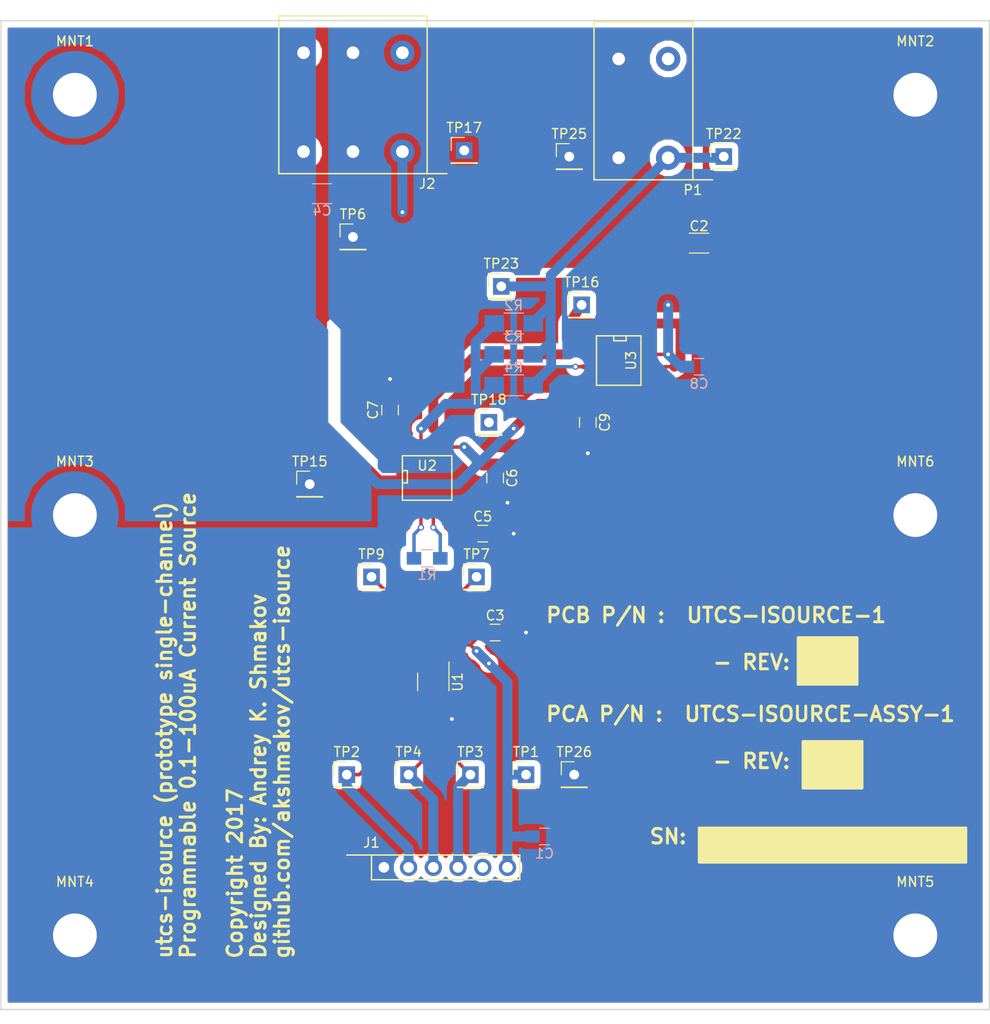
<source format=kicad_pcb>
(kicad_pcb (version 4) (host pcbnew 4.0.7-e2-6376~58~ubuntu16.04.1)

  (general
    (links 69)
    (no_connects 2)
    (area 25.324999 22.974 127.075001 128.891)
    (thickness 1.6)
    (drawings 8)
    (tracks 154)
    (zones 0)
    (modules 40)
    (nets 19)
  )

  (page A4)
  (layers
    (0 F.Cu signal)
    (31 B.Cu signal)
    (32 B.Adhes user)
    (33 F.Adhes user)
    (34 B.Paste user)
    (35 F.Paste user)
    (36 B.SilkS user)
    (37 F.SilkS user)
    (38 B.Mask user)
    (39 F.Mask user)
    (40 Dwgs.User user)
    (41 Cmts.User user)
    (42 Eco1.User user)
    (43 Eco2.User user)
    (44 Edge.Cuts user)
    (45 Margin user)
    (46 B.CrtYd user)
    (47 F.CrtYd user)
    (48 B.Fab user)
    (49 F.Fab user)
  )

  (setup
    (last_trace_width 1.016)
    (user_trace_width 0.2032)
    (user_trace_width 0.254)
    (user_trace_width 0.3556)
    (user_trace_width 0.508)
    (user_trace_width 1.016)
    (trace_clearance 0.254)
    (zone_clearance 0.635)
    (zone_45_only yes)
    (trace_min 0.1524)
    (segment_width 0.2)
    (edge_width 0.15)
    (via_size 0.635)
    (via_drill 0.381)
    (via_min_size 0.381)
    (via_min_drill 0.254)
    (user_via 2.54 1.016)
    (user_via 10.16 4.572)
    (user_via 25.4 10.16)
    (uvia_size 0.2794)
    (uvia_drill 0.1016)
    (uvias_allowed no)
    (uvia_min_size 0)
    (uvia_min_drill 0)
    (pcb_text_width 0.3)
    (pcb_text_size 1.5 1.5)
    (mod_edge_width 0.15)
    (mod_text_size 1 1)
    (mod_text_width 0.15)
    (pad_size 1.524 1.524)
    (pad_drill 0.762)
    (pad_to_mask_clearance 0.2)
    (aux_axis_origin 0 0)
    (visible_elements FFFFFF7F)
    (pcbplotparams
      (layerselection 0x010f0_80000001)
      (usegerberextensions false)
      (excludeedgelayer true)
      (linewidth 0.100000)
      (plotframeref true)
      (viasonmask false)
      (mode 1)
      (useauxorigin false)
      (hpglpennumber 1)
      (hpglpenspeed 20)
      (hpglpendiameter 15)
      (hpglpenoverlay 2)
      (psnegative false)
      (psa4output false)
      (plotreference true)
      (plotvalue true)
      (plotinvisibletext true)
      (padsonsilk false)
      (subtractmaskfromsilk false)
      (outputformat 4)
      (mirror false)
      (drillshape 0)
      (scaleselection 1)
      (outputdirectory ../build/utcs-isource-1P2/))
  )

  (net 0 "")
  (net 1 +5V)
  (net 2 GND)
  (net 3 AVDD)
  (net 4 AVSS)
  (net 5 /IOUT)
  (net 6 "Net-(C5-Pad1)")
  (net 7 "Net-(J1-Pad2)")
  (net 8 "Net-(J1-Pad3)")
  (net 9 "Net-(J1-Pad5)")
  (net 10 "Net-(R1-Pad1)")
  (net 11 "Net-(R1-Pad2)")
  (net 12 "Net-(R2-Pad2)")
  (net 13 "Net-(TP16-Pad1)")
  (net 14 "Net-(U3-Pad8)")
  (net 15 "Net-(U3-Pad5)")
  (net 16 "Net-(U3-Pad1)")
  (net 17 /SPI_MOSI)
  (net 18 "Net-(TP9-Pad1)")

  (net_class Default "This is the default net class."
    (clearance 0.254)
    (trace_width 0.254)
    (via_dia 0.635)
    (via_drill 0.381)
    (uvia_dia 0.2794)
    (uvia_drill 0.1016)
    (add_net +5V)
    (add_net /IOUT)
    (add_net /SPI_MOSI)
    (add_net AVDD)
    (add_net AVSS)
    (add_net GND)
    (add_net "Net-(C5-Pad1)")
    (add_net "Net-(J1-Pad2)")
    (add_net "Net-(J1-Pad3)")
    (add_net "Net-(J1-Pad5)")
    (add_net "Net-(R1-Pad1)")
    (add_net "Net-(R1-Pad2)")
    (add_net "Net-(R2-Pad2)")
    (add_net "Net-(TP16-Pad1)")
    (add_net "Net-(TP9-Pad1)")
    (add_net "Net-(U3-Pad1)")
    (add_net "Net-(U3-Pad5)")
    (add_net "Net-(U3-Pad8)")
  )

  (net_class IOUT ""
    (clearance 0.381)
    (trace_width 0.381)
    (via_dia 1.016)
    (via_drill 0.635)
    (uvia_dia 0.2794)
    (uvia_drill 0.1016)
  )

  (module Capacitors_SMD:C_1206_HandSoldering (layer F.Cu) (tedit 58AA84D1) (tstamp 5A3E0A9F)
    (at 97.155 48.26)
    (descr "Capacitor SMD 1206, hand soldering")
    (tags "capacitor 1206")
    (path /5A3D3702)
    (attr smd)
    (fp_text reference C2 (at 0 -1.75) (layer F.SilkS)
      (effects (font (size 1 1) (thickness 0.15)))
    )
    (fp_text value 100u (at 0 2) (layer F.Fab)
      (effects (font (size 1 1) (thickness 0.15)))
    )
    (fp_text user %R (at 0 -1.75) (layer F.Fab)
      (effects (font (size 1 1) (thickness 0.15)))
    )
    (fp_line (start -1.6 0.8) (end -1.6 -0.8) (layer F.Fab) (width 0.1))
    (fp_line (start 1.6 0.8) (end -1.6 0.8) (layer F.Fab) (width 0.1))
    (fp_line (start 1.6 -0.8) (end 1.6 0.8) (layer F.Fab) (width 0.1))
    (fp_line (start -1.6 -0.8) (end 1.6 -0.8) (layer F.Fab) (width 0.1))
    (fp_line (start 1 -1.02) (end -1 -1.02) (layer F.SilkS) (width 0.12))
    (fp_line (start -1 1.02) (end 1 1.02) (layer F.SilkS) (width 0.12))
    (fp_line (start -3.25 -1.05) (end 3.25 -1.05) (layer F.CrtYd) (width 0.05))
    (fp_line (start -3.25 -1.05) (end -3.25 1.05) (layer F.CrtYd) (width 0.05))
    (fp_line (start 3.25 1.05) (end 3.25 -1.05) (layer F.CrtYd) (width 0.05))
    (fp_line (start 3.25 1.05) (end -3.25 1.05) (layer F.CrtYd) (width 0.05))
    (pad 1 smd rect (at -2 0) (size 2 1.6) (layers F.Cu F.Paste F.Mask)
      (net 3 AVDD))
    (pad 2 smd rect (at 2 0) (size 2 1.6) (layers F.Cu F.Paste F.Mask)
      (net 2 GND))
    (model Capacitors_SMD.3dshapes/C_1206.wrl
      (at (xyz 0 0 0))
      (scale (xyz 1 1 1))
      (rotate (xyz 0 0 0))
    )
  )

  (module Capacitors_SMD:C_0805_HandSoldering (layer F.Cu) (tedit 58AA84A8) (tstamp 5A3E0AA5)
    (at 76.2 88.265)
    (descr "Capacitor SMD 0805, hand soldering")
    (tags "capacitor 0805")
    (path /5A3D3FE3)
    (attr smd)
    (fp_text reference C3 (at 0 -1.75) (layer F.SilkS)
      (effects (font (size 1 1) (thickness 0.15)))
    )
    (fp_text value 100n (at 0 1.75) (layer F.Fab)
      (effects (font (size 1 1) (thickness 0.15)))
    )
    (fp_text user %R (at 0 -1.75) (layer F.Fab)
      (effects (font (size 1 1) (thickness 0.15)))
    )
    (fp_line (start -1 0.62) (end -1 -0.62) (layer F.Fab) (width 0.1))
    (fp_line (start 1 0.62) (end -1 0.62) (layer F.Fab) (width 0.1))
    (fp_line (start 1 -0.62) (end 1 0.62) (layer F.Fab) (width 0.1))
    (fp_line (start -1 -0.62) (end 1 -0.62) (layer F.Fab) (width 0.1))
    (fp_line (start 0.5 -0.85) (end -0.5 -0.85) (layer F.SilkS) (width 0.12))
    (fp_line (start -0.5 0.85) (end 0.5 0.85) (layer F.SilkS) (width 0.12))
    (fp_line (start -2.25 -0.88) (end 2.25 -0.88) (layer F.CrtYd) (width 0.05))
    (fp_line (start -2.25 -0.88) (end -2.25 0.87) (layer F.CrtYd) (width 0.05))
    (fp_line (start 2.25 0.87) (end 2.25 -0.88) (layer F.CrtYd) (width 0.05))
    (fp_line (start 2.25 0.87) (end -2.25 0.87) (layer F.CrtYd) (width 0.05))
    (pad 1 smd rect (at -1.25 0) (size 1.5 1.25) (layers F.Cu F.Paste F.Mask)
      (net 1 +5V))
    (pad 2 smd rect (at 1.25 0) (size 1.5 1.25) (layers F.Cu F.Paste F.Mask)
      (net 2 GND))
    (model Capacitors_SMD.3dshapes/C_0805.wrl
      (at (xyz 0 0 0))
      (scale (xyz 1 1 1))
      (rotate (xyz 0 0 0))
    )
  )

  (module Capacitors_SMD:C_0805_HandSoldering (layer F.Cu) (tedit 58AA84A8) (tstamp 5A3E0AB1)
    (at 74.93 78.105)
    (descr "Capacitor SMD 0805, hand soldering")
    (tags "capacitor 0805")
    (path /5A3CE7E4)
    (attr smd)
    (fp_text reference C5 (at 0 -1.75) (layer F.SilkS)
      (effects (font (size 1 1) (thickness 0.15)))
    )
    (fp_text value 10n (at 0 1.75) (layer F.Fab)
      (effects (font (size 1 1) (thickness 0.15)))
    )
    (fp_text user %R (at 0 -1.75) (layer F.Fab)
      (effects (font (size 1 1) (thickness 0.15)))
    )
    (fp_line (start -1 0.62) (end -1 -0.62) (layer F.Fab) (width 0.1))
    (fp_line (start 1 0.62) (end -1 0.62) (layer F.Fab) (width 0.1))
    (fp_line (start 1 -0.62) (end 1 0.62) (layer F.Fab) (width 0.1))
    (fp_line (start -1 -0.62) (end 1 -0.62) (layer F.Fab) (width 0.1))
    (fp_line (start 0.5 -0.85) (end -0.5 -0.85) (layer F.SilkS) (width 0.12))
    (fp_line (start -0.5 0.85) (end 0.5 0.85) (layer F.SilkS) (width 0.12))
    (fp_line (start -2.25 -0.88) (end 2.25 -0.88) (layer F.CrtYd) (width 0.05))
    (fp_line (start -2.25 -0.88) (end -2.25 0.87) (layer F.CrtYd) (width 0.05))
    (fp_line (start 2.25 0.87) (end 2.25 -0.88) (layer F.CrtYd) (width 0.05))
    (fp_line (start 2.25 0.87) (end -2.25 0.87) (layer F.CrtYd) (width 0.05))
    (pad 1 smd rect (at -1.25 0) (size 1.5 1.25) (layers F.Cu F.Paste F.Mask)
      (net 6 "Net-(C5-Pad1)"))
    (pad 2 smd rect (at 1.25 0) (size 1.5 1.25) (layers F.Cu F.Paste F.Mask)
      (net 2 GND))
    (model Capacitors_SMD.3dshapes/C_0805.wrl
      (at (xyz 0 0 0))
      (scale (xyz 1 1 1))
      (rotate (xyz 0 0 0))
    )
  )

  (module Capacitors_SMD:C_0805_HandSoldering (layer F.Cu) (tedit 58AA84A8) (tstamp 5A3E0AB7)
    (at 76.2 72.39 270)
    (descr "Capacitor SMD 0805, hand soldering")
    (tags "capacitor 0805")
    (path /5A3D19B4)
    (attr smd)
    (fp_text reference C6 (at 0 -1.75 270) (layer F.SilkS)
      (effects (font (size 1 1) (thickness 0.15)))
    )
    (fp_text value 100n (at 0 1.75 270) (layer F.Fab)
      (effects (font (size 1 1) (thickness 0.15)))
    )
    (fp_text user %R (at 0 -1.75 270) (layer F.Fab)
      (effects (font (size 1 1) (thickness 0.15)))
    )
    (fp_line (start -1 0.62) (end -1 -0.62) (layer F.Fab) (width 0.1))
    (fp_line (start 1 0.62) (end -1 0.62) (layer F.Fab) (width 0.1))
    (fp_line (start 1 -0.62) (end 1 0.62) (layer F.Fab) (width 0.1))
    (fp_line (start -1 -0.62) (end 1 -0.62) (layer F.Fab) (width 0.1))
    (fp_line (start 0.5 -0.85) (end -0.5 -0.85) (layer F.SilkS) (width 0.12))
    (fp_line (start -0.5 0.85) (end 0.5 0.85) (layer F.SilkS) (width 0.12))
    (fp_line (start -2.25 -0.88) (end 2.25 -0.88) (layer F.CrtYd) (width 0.05))
    (fp_line (start -2.25 -0.88) (end -2.25 0.87) (layer F.CrtYd) (width 0.05))
    (fp_line (start 2.25 0.87) (end 2.25 -0.88) (layer F.CrtYd) (width 0.05))
    (fp_line (start 2.25 0.87) (end -2.25 0.87) (layer F.CrtYd) (width 0.05))
    (pad 1 smd rect (at -1.25 0 270) (size 1.5 1.25) (layers F.Cu F.Paste F.Mask)
      (net 4 AVSS))
    (pad 2 smd rect (at 1.25 0 270) (size 1.5 1.25) (layers F.Cu F.Paste F.Mask)
      (net 2 GND))
    (model Capacitors_SMD.3dshapes/C_0805.wrl
      (at (xyz 0 0 0))
      (scale (xyz 1 1 1))
      (rotate (xyz 0 0 0))
    )
  )

  (module Capacitors_SMD:C_0805_HandSoldering (layer F.Cu) (tedit 58AA84A8) (tstamp 5A3E0ABD)
    (at 65.405 65.405 90)
    (descr "Capacitor SMD 0805, hand soldering")
    (tags "capacitor 0805")
    (path /5A3D1400)
    (attr smd)
    (fp_text reference C7 (at 0 -1.75 90) (layer F.SilkS)
      (effects (font (size 1 1) (thickness 0.15)))
    )
    (fp_text value 100n (at 0 1.75 90) (layer F.Fab)
      (effects (font (size 1 1) (thickness 0.15)))
    )
    (fp_text user %R (at 0 -1.75 90) (layer F.Fab)
      (effects (font (size 1 1) (thickness 0.15)))
    )
    (fp_line (start -1 0.62) (end -1 -0.62) (layer F.Fab) (width 0.1))
    (fp_line (start 1 0.62) (end -1 0.62) (layer F.Fab) (width 0.1))
    (fp_line (start 1 -0.62) (end 1 0.62) (layer F.Fab) (width 0.1))
    (fp_line (start -1 -0.62) (end 1 -0.62) (layer F.Fab) (width 0.1))
    (fp_line (start 0.5 -0.85) (end -0.5 -0.85) (layer F.SilkS) (width 0.12))
    (fp_line (start -0.5 0.85) (end 0.5 0.85) (layer F.SilkS) (width 0.12))
    (fp_line (start -2.25 -0.88) (end 2.25 -0.88) (layer F.CrtYd) (width 0.05))
    (fp_line (start -2.25 -0.88) (end -2.25 0.87) (layer F.CrtYd) (width 0.05))
    (fp_line (start 2.25 0.87) (end 2.25 -0.88) (layer F.CrtYd) (width 0.05))
    (fp_line (start 2.25 0.87) (end -2.25 0.87) (layer F.CrtYd) (width 0.05))
    (pad 1 smd rect (at -1.25 0 90) (size 1.5 1.25) (layers F.Cu F.Paste F.Mask)
      (net 3 AVDD))
    (pad 2 smd rect (at 1.25 0 90) (size 1.5 1.25) (layers F.Cu F.Paste F.Mask)
      (net 2 GND))
    (model Capacitors_SMD.3dshapes/C_0805.wrl
      (at (xyz 0 0 0))
      (scale (xyz 1 1 1))
      (rotate (xyz 0 0 0))
    )
  )

  (module Capacitors_SMD:C_0805_HandSoldering (layer B.Cu) (tedit 58AA84A8) (tstamp 5A3E0AC3)
    (at 97.155 60.96)
    (descr "Capacitor SMD 0805, hand soldering")
    (tags "capacitor 0805")
    (path /5A3D243A)
    (attr smd)
    (fp_text reference C8 (at 0 1.75) (layer B.SilkS)
      (effects (font (size 1 1) (thickness 0.15)) (justify mirror))
    )
    (fp_text value 100n (at 0 -1.75) (layer B.Fab)
      (effects (font (size 1 1) (thickness 0.15)) (justify mirror))
    )
    (fp_text user %R (at 0 1.75) (layer B.Fab)
      (effects (font (size 1 1) (thickness 0.15)) (justify mirror))
    )
    (fp_line (start -1 -0.62) (end -1 0.62) (layer B.Fab) (width 0.1))
    (fp_line (start 1 -0.62) (end -1 -0.62) (layer B.Fab) (width 0.1))
    (fp_line (start 1 0.62) (end 1 -0.62) (layer B.Fab) (width 0.1))
    (fp_line (start -1 0.62) (end 1 0.62) (layer B.Fab) (width 0.1))
    (fp_line (start 0.5 0.85) (end -0.5 0.85) (layer B.SilkS) (width 0.12))
    (fp_line (start -0.5 -0.85) (end 0.5 -0.85) (layer B.SilkS) (width 0.12))
    (fp_line (start -2.25 0.88) (end 2.25 0.88) (layer B.CrtYd) (width 0.05))
    (fp_line (start -2.25 0.88) (end -2.25 -0.87) (layer B.CrtYd) (width 0.05))
    (fp_line (start 2.25 -0.87) (end 2.25 0.88) (layer B.CrtYd) (width 0.05))
    (fp_line (start 2.25 -0.87) (end -2.25 -0.87) (layer B.CrtYd) (width 0.05))
    (pad 1 smd rect (at -1.25 0) (size 1.5 1.25) (layers B.Cu B.Paste B.Mask)
      (net 3 AVDD))
    (pad 2 smd rect (at 1.25 0) (size 1.5 1.25) (layers B.Cu B.Paste B.Mask)
      (net 2 GND))
    (model Capacitors_SMD.3dshapes/C_0805.wrl
      (at (xyz 0 0 0))
      (scale (xyz 1 1 1))
      (rotate (xyz 0 0 0))
    )
  )

  (module Capacitors_SMD:C_0805_HandSoldering (layer F.Cu) (tedit 58AA84A8) (tstamp 5A3E0AC9)
    (at 85.725 66.675 270)
    (descr "Capacitor SMD 0805, hand soldering")
    (tags "capacitor 0805")
    (path /5A3D28C4)
    (attr smd)
    (fp_text reference C9 (at 0 -1.75 270) (layer F.SilkS)
      (effects (font (size 1 1) (thickness 0.15)))
    )
    (fp_text value 100n (at 0 1.75 270) (layer F.Fab)
      (effects (font (size 1 1) (thickness 0.15)))
    )
    (fp_text user %R (at 0 -1.75 270) (layer F.Fab)
      (effects (font (size 1 1) (thickness 0.15)))
    )
    (fp_line (start -1 0.62) (end -1 -0.62) (layer F.Fab) (width 0.1))
    (fp_line (start 1 0.62) (end -1 0.62) (layer F.Fab) (width 0.1))
    (fp_line (start 1 -0.62) (end 1 0.62) (layer F.Fab) (width 0.1))
    (fp_line (start -1 -0.62) (end 1 -0.62) (layer F.Fab) (width 0.1))
    (fp_line (start 0.5 -0.85) (end -0.5 -0.85) (layer F.SilkS) (width 0.12))
    (fp_line (start -0.5 0.85) (end 0.5 0.85) (layer F.SilkS) (width 0.12))
    (fp_line (start -2.25 -0.88) (end 2.25 -0.88) (layer F.CrtYd) (width 0.05))
    (fp_line (start -2.25 -0.88) (end -2.25 0.87) (layer F.CrtYd) (width 0.05))
    (fp_line (start 2.25 0.87) (end 2.25 -0.88) (layer F.CrtYd) (width 0.05))
    (fp_line (start 2.25 0.87) (end -2.25 0.87) (layer F.CrtYd) (width 0.05))
    (pad 1 smd rect (at -1.25 0 270) (size 1.5 1.25) (layers F.Cu F.Paste F.Mask)
      (net 4 AVSS))
    (pad 2 smd rect (at 1.25 0 270) (size 1.5 1.25) (layers F.Cu F.Paste F.Mask)
      (net 2 GND))
    (model Capacitors_SMD.3dshapes/C_0805.wrl
      (at (xyz 0 0 0))
      (scale (xyz 1 1 1))
      (rotate (xyz 0 0 0))
    )
  )

  (module Resistors_SMD:R_0805_HandSoldering (layer B.Cu) (tedit 58E0A804) (tstamp 5A3E0B2F)
    (at 69.215 80.645)
    (descr "Resistor SMD 0805, hand soldering")
    (tags "resistor 0805")
    (path /5A3D03FE)
    (attr smd)
    (fp_text reference R1 (at 0 1.7) (layer B.SilkS)
      (effects (font (size 1 1) (thickness 0.15)) (justify mirror))
    )
    (fp_text value NP (at 0 -1.75) (layer B.Fab)
      (effects (font (size 1 1) (thickness 0.15)) (justify mirror))
    )
    (fp_text user %R (at 0 0) (layer B.Fab)
      (effects (font (size 0.5 0.5) (thickness 0.075)) (justify mirror))
    )
    (fp_line (start -1 -0.62) (end -1 0.62) (layer B.Fab) (width 0.1))
    (fp_line (start 1 -0.62) (end -1 -0.62) (layer B.Fab) (width 0.1))
    (fp_line (start 1 0.62) (end 1 -0.62) (layer B.Fab) (width 0.1))
    (fp_line (start -1 0.62) (end 1 0.62) (layer B.Fab) (width 0.1))
    (fp_line (start 0.6 -0.88) (end -0.6 -0.88) (layer B.SilkS) (width 0.12))
    (fp_line (start -0.6 0.88) (end 0.6 0.88) (layer B.SilkS) (width 0.12))
    (fp_line (start -2.35 0.9) (end 2.35 0.9) (layer B.CrtYd) (width 0.05))
    (fp_line (start -2.35 0.9) (end -2.35 -0.9) (layer B.CrtYd) (width 0.05))
    (fp_line (start 2.35 -0.9) (end 2.35 0.9) (layer B.CrtYd) (width 0.05))
    (fp_line (start 2.35 -0.9) (end -2.35 -0.9) (layer B.CrtYd) (width 0.05))
    (pad 1 smd rect (at -1.35 0) (size 1.5 1.3) (layers B.Cu B.Paste B.Mask)
      (net 10 "Net-(R1-Pad1)"))
    (pad 2 smd rect (at 1.35 0) (size 1.5 1.3) (layers B.Cu B.Paste B.Mask)
      (net 11 "Net-(R1-Pad2)"))
    (model ${KISYS3DMOD}/Resistors_SMD.3dshapes/R_0805.wrl
      (at (xyz 0 0 0))
      (scale (xyz 1 1 1))
      (rotate (xyz 0 0 0))
    )
  )

  (module Resistors_SMD:R_1206_HandSoldering (layer B.Cu) (tedit 58E0A804) (tstamp 5A3E0B35)
    (at 78.105 56.515 180)
    (descr "Resistor SMD 1206, hand soldering")
    (tags "resistor 1206")
    (path /5A3CFB5E)
    (attr smd)
    (fp_text reference R2 (at 0 1.85 180) (layer B.SilkS)
      (effects (font (size 1 1) (thickness 0.15)) (justify mirror))
    )
    (fp_text value 1M (at 0 -1.9 180) (layer B.Fab)
      (effects (font (size 1 1) (thickness 0.15)) (justify mirror))
    )
    (fp_text user %R (at 0 0 180) (layer B.Fab)
      (effects (font (size 0.7 0.7) (thickness 0.105)) (justify mirror))
    )
    (fp_line (start -1.6 -0.8) (end -1.6 0.8) (layer B.Fab) (width 0.1))
    (fp_line (start 1.6 -0.8) (end -1.6 -0.8) (layer B.Fab) (width 0.1))
    (fp_line (start 1.6 0.8) (end 1.6 -0.8) (layer B.Fab) (width 0.1))
    (fp_line (start -1.6 0.8) (end 1.6 0.8) (layer B.Fab) (width 0.1))
    (fp_line (start 1 -1.07) (end -1 -1.07) (layer B.SilkS) (width 0.12))
    (fp_line (start -1 1.07) (end 1 1.07) (layer B.SilkS) (width 0.12))
    (fp_line (start -3.25 1.11) (end 3.25 1.11) (layer B.CrtYd) (width 0.05))
    (fp_line (start -3.25 1.11) (end -3.25 -1.1) (layer B.CrtYd) (width 0.05))
    (fp_line (start 3.25 -1.1) (end 3.25 1.11) (layer B.CrtYd) (width 0.05))
    (fp_line (start 3.25 -1.1) (end -3.25 -1.1) (layer B.CrtYd) (width 0.05))
    (pad 1 smd rect (at -2 0 180) (size 2 1.7) (layers B.Cu B.Paste B.Mask)
      (net 5 /IOUT))
    (pad 2 smd rect (at 2 0 180) (size 2 1.7) (layers B.Cu B.Paste B.Mask)
      (net 12 "Net-(R2-Pad2)"))
    (model ${KISYS3DMOD}/Resistors_SMD.3dshapes/R_1206.wrl
      (at (xyz 0 0 0))
      (scale (xyz 1 1 1))
      (rotate (xyz 0 0 0))
    )
  )

  (module Resistors_SMD:R_1206_HandSoldering (layer B.Cu) (tedit 58E0A804) (tstamp 5A3E0B3B)
    (at 78.105 59.69 180)
    (descr "Resistor SMD 1206, hand soldering")
    (tags "resistor 1206")
    (path /5A3CFA90)
    (attr smd)
    (fp_text reference R3 (at 0 1.85 180) (layer B.SilkS)
      (effects (font (size 1 1) (thickness 0.15)) (justify mirror))
    )
    (fp_text value 100K (at 0 -1.9 180) (layer B.Fab)
      (effects (font (size 1 1) (thickness 0.15)) (justify mirror))
    )
    (fp_text user %R (at 0 0 180) (layer B.Fab)
      (effects (font (size 0.7 0.7) (thickness 0.105)) (justify mirror))
    )
    (fp_line (start -1.6 -0.8) (end -1.6 0.8) (layer B.Fab) (width 0.1))
    (fp_line (start 1.6 -0.8) (end -1.6 -0.8) (layer B.Fab) (width 0.1))
    (fp_line (start 1.6 0.8) (end 1.6 -0.8) (layer B.Fab) (width 0.1))
    (fp_line (start -1.6 0.8) (end 1.6 0.8) (layer B.Fab) (width 0.1))
    (fp_line (start 1 -1.07) (end -1 -1.07) (layer B.SilkS) (width 0.12))
    (fp_line (start -1 1.07) (end 1 1.07) (layer B.SilkS) (width 0.12))
    (fp_line (start -3.25 1.11) (end 3.25 1.11) (layer B.CrtYd) (width 0.05))
    (fp_line (start -3.25 1.11) (end -3.25 -1.1) (layer B.CrtYd) (width 0.05))
    (fp_line (start 3.25 -1.1) (end 3.25 1.11) (layer B.CrtYd) (width 0.05))
    (fp_line (start 3.25 -1.1) (end -3.25 -1.1) (layer B.CrtYd) (width 0.05))
    (pad 1 smd rect (at -2 0 180) (size 2 1.7) (layers B.Cu B.Paste B.Mask)
      (net 5 /IOUT))
    (pad 2 smd rect (at 2 0 180) (size 2 1.7) (layers B.Cu B.Paste B.Mask)
      (net 12 "Net-(R2-Pad2)"))
    (model ${KISYS3DMOD}/Resistors_SMD.3dshapes/R_1206.wrl
      (at (xyz 0 0 0))
      (scale (xyz 1 1 1))
      (rotate (xyz 0 0 0))
    )
  )

  (module Resistors_SMD:R_1206_HandSoldering (layer B.Cu) (tedit 58E0A804) (tstamp 5A3E0B41)
    (at 78.105 62.865 180)
    (descr "Resistor SMD 1206, hand soldering")
    (tags "resistor 1206")
    (path /5A3CDEA1)
    (attr smd)
    (fp_text reference R4 (at 0 1.85 180) (layer B.SilkS)
      (effects (font (size 1 1) (thickness 0.15)) (justify mirror))
    )
    (fp_text value 10K (at 0 -1.9 180) (layer B.Fab)
      (effects (font (size 1 1) (thickness 0.15)) (justify mirror))
    )
    (fp_text user %R (at 0 0 180) (layer B.Fab)
      (effects (font (size 0.7 0.7) (thickness 0.105)) (justify mirror))
    )
    (fp_line (start -1.6 -0.8) (end -1.6 0.8) (layer B.Fab) (width 0.1))
    (fp_line (start 1.6 -0.8) (end -1.6 -0.8) (layer B.Fab) (width 0.1))
    (fp_line (start 1.6 0.8) (end 1.6 -0.8) (layer B.Fab) (width 0.1))
    (fp_line (start -1.6 0.8) (end 1.6 0.8) (layer B.Fab) (width 0.1))
    (fp_line (start 1 -1.07) (end -1 -1.07) (layer B.SilkS) (width 0.12))
    (fp_line (start -1 1.07) (end 1 1.07) (layer B.SilkS) (width 0.12))
    (fp_line (start -3.25 1.11) (end 3.25 1.11) (layer B.CrtYd) (width 0.05))
    (fp_line (start -3.25 1.11) (end -3.25 -1.1) (layer B.CrtYd) (width 0.05))
    (fp_line (start 3.25 -1.1) (end 3.25 1.11) (layer B.CrtYd) (width 0.05))
    (fp_line (start 3.25 -1.1) (end -3.25 -1.1) (layer B.CrtYd) (width 0.05))
    (pad 1 smd rect (at -2 0 180) (size 2 1.7) (layers B.Cu B.Paste B.Mask)
      (net 5 /IOUT))
    (pad 2 smd rect (at 2 0 180) (size 2 1.7) (layers B.Cu B.Paste B.Mask)
      (net 12 "Net-(R2-Pad2)"))
    (model ${KISYS3DMOD}/Resistors_SMD.3dshapes/R_1206.wrl
      (at (xyz 0 0 0))
      (scale (xyz 1 1 1))
      (rotate (xyz 0 0 0))
    )
  )

  (module Pin_Headers:Pin_Header_Straight_1x01_Pitch2.54mm (layer F.Cu) (tedit 59650532) (tstamp 5A3E0B46)
    (at 79.375 102.87)
    (descr "Through hole straight pin header, 1x01, 2.54mm pitch, single row")
    (tags "Through hole pin header THT 1x01 2.54mm single row")
    (path /5A3E1C09)
    (fp_text reference TP1 (at 0 -2.33) (layer F.SilkS)
      (effects (font (size 1 1) (thickness 0.15)))
    )
    (fp_text value +5V (at 0 2.33) (layer F.Fab)
      (effects (font (size 1 1) (thickness 0.15)))
    )
    (fp_line (start -0.635 -1.27) (end 1.27 -1.27) (layer F.Fab) (width 0.1))
    (fp_line (start 1.27 -1.27) (end 1.27 1.27) (layer F.Fab) (width 0.1))
    (fp_line (start 1.27 1.27) (end -1.27 1.27) (layer F.Fab) (width 0.1))
    (fp_line (start -1.27 1.27) (end -1.27 -0.635) (layer F.Fab) (width 0.1))
    (fp_line (start -1.27 -0.635) (end -0.635 -1.27) (layer F.Fab) (width 0.1))
    (fp_line (start -1.33 1.33) (end 1.33 1.33) (layer F.SilkS) (width 0.12))
    (fp_line (start -1.33 1.27) (end -1.33 1.33) (layer F.SilkS) (width 0.12))
    (fp_line (start 1.33 1.27) (end 1.33 1.33) (layer F.SilkS) (width 0.12))
    (fp_line (start -1.33 1.27) (end 1.33 1.27) (layer F.SilkS) (width 0.12))
    (fp_line (start -1.33 0) (end -1.33 -1.33) (layer F.SilkS) (width 0.12))
    (fp_line (start -1.33 -1.33) (end 0 -1.33) (layer F.SilkS) (width 0.12))
    (fp_line (start -1.8 -1.8) (end -1.8 1.8) (layer F.CrtYd) (width 0.05))
    (fp_line (start -1.8 1.8) (end 1.8 1.8) (layer F.CrtYd) (width 0.05))
    (fp_line (start 1.8 1.8) (end 1.8 -1.8) (layer F.CrtYd) (width 0.05))
    (fp_line (start 1.8 -1.8) (end -1.8 -1.8) (layer F.CrtYd) (width 0.05))
    (fp_text user %R (at 0 0 90) (layer F.Fab)
      (effects (font (size 1 1) (thickness 0.15)))
    )
    (pad 1 thru_hole rect (at 0 0) (size 1.7 1.7) (drill 1) (layers *.Cu *.Mask)
      (net 1 +5V))
    (model ${KISYS3DMOD}/Pin_Headers.3dshapes/Pin_Header_Straight_1x01_Pitch2.54mm.wrl
      (at (xyz 0 0 0))
      (scale (xyz 1 1 1))
      (rotate (xyz 0 0 0))
    )
  )

  (module Pin_Headers:Pin_Header_Straight_1x01_Pitch2.54mm (layer F.Cu) (tedit 59650532) (tstamp 5A3E0B4B)
    (at 60.96 102.87)
    (descr "Through hole straight pin header, 1x01, 2.54mm pitch, single row")
    (tags "Through hole pin header THT 1x01 2.54mm single row")
    (path /5A3E2244)
    (fp_text reference TP2 (at 0 -2.33) (layer F.SilkS)
      (effects (font (size 1 1) (thickness 0.15)))
    )
    (fp_text value ~CS (at 0 2.33) (layer F.Fab)
      (effects (font (size 1 1) (thickness 0.15)))
    )
    (fp_line (start -0.635 -1.27) (end 1.27 -1.27) (layer F.Fab) (width 0.1))
    (fp_line (start 1.27 -1.27) (end 1.27 1.27) (layer F.Fab) (width 0.1))
    (fp_line (start 1.27 1.27) (end -1.27 1.27) (layer F.Fab) (width 0.1))
    (fp_line (start -1.27 1.27) (end -1.27 -0.635) (layer F.Fab) (width 0.1))
    (fp_line (start -1.27 -0.635) (end -0.635 -1.27) (layer F.Fab) (width 0.1))
    (fp_line (start -1.33 1.33) (end 1.33 1.33) (layer F.SilkS) (width 0.12))
    (fp_line (start -1.33 1.27) (end -1.33 1.33) (layer F.SilkS) (width 0.12))
    (fp_line (start 1.33 1.27) (end 1.33 1.33) (layer F.SilkS) (width 0.12))
    (fp_line (start -1.33 1.27) (end 1.33 1.27) (layer F.SilkS) (width 0.12))
    (fp_line (start -1.33 0) (end -1.33 -1.33) (layer F.SilkS) (width 0.12))
    (fp_line (start -1.33 -1.33) (end 0 -1.33) (layer F.SilkS) (width 0.12))
    (fp_line (start -1.8 -1.8) (end -1.8 1.8) (layer F.CrtYd) (width 0.05))
    (fp_line (start -1.8 1.8) (end 1.8 1.8) (layer F.CrtYd) (width 0.05))
    (fp_line (start 1.8 1.8) (end 1.8 -1.8) (layer F.CrtYd) (width 0.05))
    (fp_line (start 1.8 -1.8) (end -1.8 -1.8) (layer F.CrtYd) (width 0.05))
    (fp_text user %R (at 0 0 90) (layer F.Fab)
      (effects (font (size 1 1) (thickness 0.15)))
    )
    (pad 1 thru_hole rect (at 0 0) (size 1.7 1.7) (drill 1) (layers *.Cu *.Mask)
      (net 7 "Net-(J1-Pad2)"))
    (model ${KISYS3DMOD}/Pin_Headers.3dshapes/Pin_Header_Straight_1x01_Pitch2.54mm.wrl
      (at (xyz 0 0 0))
      (scale (xyz 1 1 1))
      (rotate (xyz 0 0 0))
    )
  )

  (module Pin_Headers:Pin_Header_Straight_1x01_Pitch2.54mm (layer F.Cu) (tedit 59650532) (tstamp 5A3E0B50)
    (at 73.66 102.87)
    (descr "Through hole straight pin header, 1x01, 2.54mm pitch, single row")
    (tags "Through hole pin header THT 1x01 2.54mm single row")
    (path /5A3E1F31)
    (fp_text reference TP3 (at 0 -2.33) (layer F.SilkS)
      (effects (font (size 1 1) (thickness 0.15)))
    )
    (fp_text value MOSI (at 0 2.33) (layer F.Fab)
      (effects (font (size 1 1) (thickness 0.15)))
    )
    (fp_line (start -0.635 -1.27) (end 1.27 -1.27) (layer F.Fab) (width 0.1))
    (fp_line (start 1.27 -1.27) (end 1.27 1.27) (layer F.Fab) (width 0.1))
    (fp_line (start 1.27 1.27) (end -1.27 1.27) (layer F.Fab) (width 0.1))
    (fp_line (start -1.27 1.27) (end -1.27 -0.635) (layer F.Fab) (width 0.1))
    (fp_line (start -1.27 -0.635) (end -0.635 -1.27) (layer F.Fab) (width 0.1))
    (fp_line (start -1.33 1.33) (end 1.33 1.33) (layer F.SilkS) (width 0.12))
    (fp_line (start -1.33 1.27) (end -1.33 1.33) (layer F.SilkS) (width 0.12))
    (fp_line (start 1.33 1.27) (end 1.33 1.33) (layer F.SilkS) (width 0.12))
    (fp_line (start -1.33 1.27) (end 1.33 1.27) (layer F.SilkS) (width 0.12))
    (fp_line (start -1.33 0) (end -1.33 -1.33) (layer F.SilkS) (width 0.12))
    (fp_line (start -1.33 -1.33) (end 0 -1.33) (layer F.SilkS) (width 0.12))
    (fp_line (start -1.8 -1.8) (end -1.8 1.8) (layer F.CrtYd) (width 0.05))
    (fp_line (start -1.8 1.8) (end 1.8 1.8) (layer F.CrtYd) (width 0.05))
    (fp_line (start 1.8 1.8) (end 1.8 -1.8) (layer F.CrtYd) (width 0.05))
    (fp_line (start 1.8 -1.8) (end -1.8 -1.8) (layer F.CrtYd) (width 0.05))
    (fp_text user %R (at 0 0 90) (layer F.Fab)
      (effects (font (size 1 1) (thickness 0.15)))
    )
    (pad 1 thru_hole rect (at 0 0) (size 1.7 1.7) (drill 1) (layers *.Cu *.Mask)
      (net 17 /SPI_MOSI))
    (model ${KISYS3DMOD}/Pin_Headers.3dshapes/Pin_Header_Straight_1x01_Pitch2.54mm.wrl
      (at (xyz 0 0 0))
      (scale (xyz 1 1 1))
      (rotate (xyz 0 0 0))
    )
  )

  (module Pin_Headers:Pin_Header_Straight_1x01_Pitch2.54mm (layer F.Cu) (tedit 59650532) (tstamp 5A3E0B55)
    (at 67.31 102.87)
    (descr "Through hole straight pin header, 1x01, 2.54mm pitch, single row")
    (tags "Through hole pin header THT 1x01 2.54mm single row")
    (path /5A3E21C1)
    (fp_text reference TP4 (at 0 -2.33) (layer F.SilkS)
      (effects (font (size 1 1) (thickness 0.15)))
    )
    (fp_text value SCLK (at 0 2.33) (layer F.Fab)
      (effects (font (size 1 1) (thickness 0.15)))
    )
    (fp_line (start -0.635 -1.27) (end 1.27 -1.27) (layer F.Fab) (width 0.1))
    (fp_line (start 1.27 -1.27) (end 1.27 1.27) (layer F.Fab) (width 0.1))
    (fp_line (start 1.27 1.27) (end -1.27 1.27) (layer F.Fab) (width 0.1))
    (fp_line (start -1.27 1.27) (end -1.27 -0.635) (layer F.Fab) (width 0.1))
    (fp_line (start -1.27 -0.635) (end -0.635 -1.27) (layer F.Fab) (width 0.1))
    (fp_line (start -1.33 1.33) (end 1.33 1.33) (layer F.SilkS) (width 0.12))
    (fp_line (start -1.33 1.27) (end -1.33 1.33) (layer F.SilkS) (width 0.12))
    (fp_line (start 1.33 1.27) (end 1.33 1.33) (layer F.SilkS) (width 0.12))
    (fp_line (start -1.33 1.27) (end 1.33 1.27) (layer F.SilkS) (width 0.12))
    (fp_line (start -1.33 0) (end -1.33 -1.33) (layer F.SilkS) (width 0.12))
    (fp_line (start -1.33 -1.33) (end 0 -1.33) (layer F.SilkS) (width 0.12))
    (fp_line (start -1.8 -1.8) (end -1.8 1.8) (layer F.CrtYd) (width 0.05))
    (fp_line (start -1.8 1.8) (end 1.8 1.8) (layer F.CrtYd) (width 0.05))
    (fp_line (start 1.8 1.8) (end 1.8 -1.8) (layer F.CrtYd) (width 0.05))
    (fp_line (start 1.8 -1.8) (end -1.8 -1.8) (layer F.CrtYd) (width 0.05))
    (fp_text user %R (at 0 0 90) (layer F.Fab)
      (effects (font (size 1 1) (thickness 0.15)))
    )
    (pad 1 thru_hole rect (at 0 0) (size 1.7 1.7) (drill 1) (layers *.Cu *.Mask)
      (net 8 "Net-(J1-Pad3)"))
    (model ${KISYS3DMOD}/Pin_Headers.3dshapes/Pin_Header_Straight_1x01_Pitch2.54mm.wrl
      (at (xyz 0 0 0))
      (scale (xyz 1 1 1))
      (rotate (xyz 0 0 0))
    )
  )

  (module Pin_Headers:Pin_Header_Straight_1x01_Pitch2.54mm (layer F.Cu) (tedit 59650532) (tstamp 5A3E0B5F)
    (at 61.595 47.625)
    (descr "Through hole straight pin header, 1x01, 2.54mm pitch, single row")
    (tags "Through hole pin header THT 1x01 2.54mm single row")
    (path /5A3E3574)
    (fp_text reference TP6 (at 0 -2.33) (layer F.SilkS)
      (effects (font (size 1 1) (thickness 0.15)))
    )
    (fp_text value AGND (at 0 2.33) (layer F.Fab)
      (effects (font (size 1 1) (thickness 0.15)))
    )
    (fp_line (start -0.635 -1.27) (end 1.27 -1.27) (layer F.Fab) (width 0.1))
    (fp_line (start 1.27 -1.27) (end 1.27 1.27) (layer F.Fab) (width 0.1))
    (fp_line (start 1.27 1.27) (end -1.27 1.27) (layer F.Fab) (width 0.1))
    (fp_line (start -1.27 1.27) (end -1.27 -0.635) (layer F.Fab) (width 0.1))
    (fp_line (start -1.27 -0.635) (end -0.635 -1.27) (layer F.Fab) (width 0.1))
    (fp_line (start -1.33 1.33) (end 1.33 1.33) (layer F.SilkS) (width 0.12))
    (fp_line (start -1.33 1.27) (end -1.33 1.33) (layer F.SilkS) (width 0.12))
    (fp_line (start 1.33 1.27) (end 1.33 1.33) (layer F.SilkS) (width 0.12))
    (fp_line (start -1.33 1.27) (end 1.33 1.27) (layer F.SilkS) (width 0.12))
    (fp_line (start -1.33 0) (end -1.33 -1.33) (layer F.SilkS) (width 0.12))
    (fp_line (start -1.33 -1.33) (end 0 -1.33) (layer F.SilkS) (width 0.12))
    (fp_line (start -1.8 -1.8) (end -1.8 1.8) (layer F.CrtYd) (width 0.05))
    (fp_line (start -1.8 1.8) (end 1.8 1.8) (layer F.CrtYd) (width 0.05))
    (fp_line (start 1.8 1.8) (end 1.8 -1.8) (layer F.CrtYd) (width 0.05))
    (fp_line (start 1.8 -1.8) (end -1.8 -1.8) (layer F.CrtYd) (width 0.05))
    (fp_text user %R (at 0 0 90) (layer F.Fab)
      (effects (font (size 1 1) (thickness 0.15)))
    )
    (pad 1 thru_hole rect (at 0 0) (size 1.7 1.7) (drill 1) (layers *.Cu *.Mask)
      (net 2 GND))
    (model ${KISYS3DMOD}/Pin_Headers.3dshapes/Pin_Header_Straight_1x01_Pitch2.54mm.wrl
      (at (xyz 0 0 0))
      (scale (xyz 1 1 1))
      (rotate (xyz 0 0 0))
    )
  )

  (module Pin_Headers:Pin_Header_Straight_1x01_Pitch2.54mm (layer F.Cu) (tedit 59650532) (tstamp 5A3E0B64)
    (at 74.295 82.55)
    (descr "Through hole straight pin header, 1x01, 2.54mm pitch, single row")
    (tags "Through hole pin header THT 1x01 2.54mm single row")
    (path /5A3E1995)
    (fp_text reference TP7 (at 0 -2.33) (layer F.SilkS)
      (effects (font (size 1 1) (thickness 0.15)))
    )
    (fp_text value DAC_REF (at 0 2.33) (layer F.Fab)
      (effects (font (size 1 1) (thickness 0.15)))
    )
    (fp_line (start -0.635 -1.27) (end 1.27 -1.27) (layer F.Fab) (width 0.1))
    (fp_line (start 1.27 -1.27) (end 1.27 1.27) (layer F.Fab) (width 0.1))
    (fp_line (start 1.27 1.27) (end -1.27 1.27) (layer F.Fab) (width 0.1))
    (fp_line (start -1.27 1.27) (end -1.27 -0.635) (layer F.Fab) (width 0.1))
    (fp_line (start -1.27 -0.635) (end -0.635 -1.27) (layer F.Fab) (width 0.1))
    (fp_line (start -1.33 1.33) (end 1.33 1.33) (layer F.SilkS) (width 0.12))
    (fp_line (start -1.33 1.27) (end -1.33 1.33) (layer F.SilkS) (width 0.12))
    (fp_line (start 1.33 1.27) (end 1.33 1.33) (layer F.SilkS) (width 0.12))
    (fp_line (start -1.33 1.27) (end 1.33 1.27) (layer F.SilkS) (width 0.12))
    (fp_line (start -1.33 0) (end -1.33 -1.33) (layer F.SilkS) (width 0.12))
    (fp_line (start -1.33 -1.33) (end 0 -1.33) (layer F.SilkS) (width 0.12))
    (fp_line (start -1.8 -1.8) (end -1.8 1.8) (layer F.CrtYd) (width 0.05))
    (fp_line (start -1.8 1.8) (end 1.8 1.8) (layer F.CrtYd) (width 0.05))
    (fp_line (start 1.8 1.8) (end 1.8 -1.8) (layer F.CrtYd) (width 0.05))
    (fp_line (start 1.8 -1.8) (end -1.8 -1.8) (layer F.CrtYd) (width 0.05))
    (fp_text user %R (at 0 0 90) (layer F.Fab)
      (effects (font (size 1 1) (thickness 0.15)))
    )
    (pad 1 thru_hole rect (at 0 0) (size 1.7 1.7) (drill 1) (layers *.Cu *.Mask)
      (net 6 "Net-(C5-Pad1)"))
    (model ${KISYS3DMOD}/Pin_Headers.3dshapes/Pin_Header_Straight_1x01_Pitch2.54mm.wrl
      (at (xyz 0 0 0))
      (scale (xyz 1 1 1))
      (rotate (xyz 0 0 0))
    )
  )

  (module Pin_Headers:Pin_Header_Straight_1x01_Pitch2.54mm (layer F.Cu) (tedit 59650532) (tstamp 5A3E0B6E)
    (at 63.5 82.55)
    (descr "Through hole straight pin header, 1x01, 2.54mm pitch, single row")
    (tags "Through hole pin header THT 1x01 2.54mm single row")
    (path /5A3E12D2)
    (fp_text reference TP9 (at 0 -2.33) (layer F.SilkS)
      (effects (font (size 1 1) (thickness 0.15)))
    )
    (fp_text value DAC_OUT (at 0 2.33) (layer F.Fab)
      (effects (font (size 1 1) (thickness 0.15)))
    )
    (fp_line (start -0.635 -1.27) (end 1.27 -1.27) (layer F.Fab) (width 0.1))
    (fp_line (start 1.27 -1.27) (end 1.27 1.27) (layer F.Fab) (width 0.1))
    (fp_line (start 1.27 1.27) (end -1.27 1.27) (layer F.Fab) (width 0.1))
    (fp_line (start -1.27 1.27) (end -1.27 -0.635) (layer F.Fab) (width 0.1))
    (fp_line (start -1.27 -0.635) (end -0.635 -1.27) (layer F.Fab) (width 0.1))
    (fp_line (start -1.33 1.33) (end 1.33 1.33) (layer F.SilkS) (width 0.12))
    (fp_line (start -1.33 1.27) (end -1.33 1.33) (layer F.SilkS) (width 0.12))
    (fp_line (start 1.33 1.27) (end 1.33 1.33) (layer F.SilkS) (width 0.12))
    (fp_line (start -1.33 1.27) (end 1.33 1.27) (layer F.SilkS) (width 0.12))
    (fp_line (start -1.33 0) (end -1.33 -1.33) (layer F.SilkS) (width 0.12))
    (fp_line (start -1.33 -1.33) (end 0 -1.33) (layer F.SilkS) (width 0.12))
    (fp_line (start -1.8 -1.8) (end -1.8 1.8) (layer F.CrtYd) (width 0.05))
    (fp_line (start -1.8 1.8) (end 1.8 1.8) (layer F.CrtYd) (width 0.05))
    (fp_line (start 1.8 1.8) (end 1.8 -1.8) (layer F.CrtYd) (width 0.05))
    (fp_line (start 1.8 -1.8) (end -1.8 -1.8) (layer F.CrtYd) (width 0.05))
    (fp_text user %R (at 0 0 90) (layer F.Fab)
      (effects (font (size 1 1) (thickness 0.15)))
    )
    (pad 1 thru_hole rect (at 0 0) (size 1.7 1.7) (drill 1) (layers *.Cu *.Mask)
      (net 18 "Net-(TP9-Pad1)"))
    (model ${KISYS3DMOD}/Pin_Headers.3dshapes/Pin_Header_Straight_1x01_Pitch2.54mm.wrl
      (at (xyz 0 0 0))
      (scale (xyz 1 1 1))
      (rotate (xyz 0 0 0))
    )
  )

  (module Pin_Headers:Pin_Header_Straight_1x01_Pitch2.54mm (layer F.Cu) (tedit 59650532) (tstamp 5A3E0B8C)
    (at 57.15 73.025)
    (descr "Through hole straight pin header, 1x01, 2.54mm pitch, single row")
    (tags "Through hole pin header THT 1x01 2.54mm single row")
    (path /5A3E258A)
    (fp_text reference TP15 (at 0 -2.33) (layer F.SilkS)
      (effects (font (size 1 1) (thickness 0.15)))
    )
    (fp_text value AVSS (at 0 2.33) (layer F.Fab)
      (effects (font (size 1 1) (thickness 0.15)))
    )
    (fp_line (start -0.635 -1.27) (end 1.27 -1.27) (layer F.Fab) (width 0.1))
    (fp_line (start 1.27 -1.27) (end 1.27 1.27) (layer F.Fab) (width 0.1))
    (fp_line (start 1.27 1.27) (end -1.27 1.27) (layer F.Fab) (width 0.1))
    (fp_line (start -1.27 1.27) (end -1.27 -0.635) (layer F.Fab) (width 0.1))
    (fp_line (start -1.27 -0.635) (end -0.635 -1.27) (layer F.Fab) (width 0.1))
    (fp_line (start -1.33 1.33) (end 1.33 1.33) (layer F.SilkS) (width 0.12))
    (fp_line (start -1.33 1.27) (end -1.33 1.33) (layer F.SilkS) (width 0.12))
    (fp_line (start 1.33 1.27) (end 1.33 1.33) (layer F.SilkS) (width 0.12))
    (fp_line (start -1.33 1.27) (end 1.33 1.27) (layer F.SilkS) (width 0.12))
    (fp_line (start -1.33 0) (end -1.33 -1.33) (layer F.SilkS) (width 0.12))
    (fp_line (start -1.33 -1.33) (end 0 -1.33) (layer F.SilkS) (width 0.12))
    (fp_line (start -1.8 -1.8) (end -1.8 1.8) (layer F.CrtYd) (width 0.05))
    (fp_line (start -1.8 1.8) (end 1.8 1.8) (layer F.CrtYd) (width 0.05))
    (fp_line (start 1.8 1.8) (end 1.8 -1.8) (layer F.CrtYd) (width 0.05))
    (fp_line (start 1.8 -1.8) (end -1.8 -1.8) (layer F.CrtYd) (width 0.05))
    (fp_text user %R (at 0 0 90) (layer F.Fab)
      (effects (font (size 1 1) (thickness 0.15)))
    )
    (pad 1 thru_hole rect (at 0 0) (size 1.7 1.7) (drill 1) (layers *.Cu *.Mask)
      (net 4 AVSS))
    (model ${KISYS3DMOD}/Pin_Headers.3dshapes/Pin_Header_Straight_1x01_Pitch2.54mm.wrl
      (at (xyz 0 0 0))
      (scale (xyz 1 1 1))
      (rotate (xyz 0 0 0))
    )
  )

  (module Pin_Headers:Pin_Header_Straight_1x01_Pitch2.54mm (layer F.Cu) (tedit 59650532) (tstamp 5A3E0B91)
    (at 85.09 54.61)
    (descr "Through hole straight pin header, 1x01, 2.54mm pitch, single row")
    (tags "Through hole pin header THT 1x01 2.54mm single row")
    (path /5A3E45DA)
    (fp_text reference TP16 (at 0 -2.33) (layer F.SilkS)
      (effects (font (size 1 1) (thickness 0.15)))
    )
    (fp_text value INST_REF (at 0 2.33) (layer F.Fab)
      (effects (font (size 1 1) (thickness 0.15)))
    )
    (fp_line (start -0.635 -1.27) (end 1.27 -1.27) (layer F.Fab) (width 0.1))
    (fp_line (start 1.27 -1.27) (end 1.27 1.27) (layer F.Fab) (width 0.1))
    (fp_line (start 1.27 1.27) (end -1.27 1.27) (layer F.Fab) (width 0.1))
    (fp_line (start -1.27 1.27) (end -1.27 -0.635) (layer F.Fab) (width 0.1))
    (fp_line (start -1.27 -0.635) (end -0.635 -1.27) (layer F.Fab) (width 0.1))
    (fp_line (start -1.33 1.33) (end 1.33 1.33) (layer F.SilkS) (width 0.12))
    (fp_line (start -1.33 1.27) (end -1.33 1.33) (layer F.SilkS) (width 0.12))
    (fp_line (start 1.33 1.27) (end 1.33 1.33) (layer F.SilkS) (width 0.12))
    (fp_line (start -1.33 1.27) (end 1.33 1.27) (layer F.SilkS) (width 0.12))
    (fp_line (start -1.33 0) (end -1.33 -1.33) (layer F.SilkS) (width 0.12))
    (fp_line (start -1.33 -1.33) (end 0 -1.33) (layer F.SilkS) (width 0.12))
    (fp_line (start -1.8 -1.8) (end -1.8 1.8) (layer F.CrtYd) (width 0.05))
    (fp_line (start -1.8 1.8) (end 1.8 1.8) (layer F.CrtYd) (width 0.05))
    (fp_line (start 1.8 1.8) (end 1.8 -1.8) (layer F.CrtYd) (width 0.05))
    (fp_line (start 1.8 -1.8) (end -1.8 -1.8) (layer F.CrtYd) (width 0.05))
    (fp_text user %R (at 0 0 90) (layer F.Fab)
      (effects (font (size 1 1) (thickness 0.15)))
    )
    (pad 1 thru_hole rect (at 0 0) (size 1.7 1.7) (drill 1) (layers *.Cu *.Mask)
      (net 13 "Net-(TP16-Pad1)"))
    (model ${KISYS3DMOD}/Pin_Headers.3dshapes/Pin_Header_Straight_1x01_Pitch2.54mm.wrl
      (at (xyz 0 0 0))
      (scale (xyz 1 1 1))
      (rotate (xyz 0 0 0))
    )
  )

  (module Pin_Headers:Pin_Header_Straight_1x01_Pitch2.54mm (layer F.Cu) (tedit 59650532) (tstamp 5A3E0B96)
    (at 73.025 38.735)
    (descr "Through hole straight pin header, 1x01, 2.54mm pitch, single row")
    (tags "Through hole pin header THT 1x01 2.54mm single row")
    (path /5A3E2763)
    (fp_text reference TP17 (at 0 -2.33) (layer F.SilkS)
      (effects (font (size 1 1) (thickness 0.15)))
    )
    (fp_text value AVDD (at 0 2.33) (layer F.Fab)
      (effects (font (size 1 1) (thickness 0.15)))
    )
    (fp_line (start -0.635 -1.27) (end 1.27 -1.27) (layer F.Fab) (width 0.1))
    (fp_line (start 1.27 -1.27) (end 1.27 1.27) (layer F.Fab) (width 0.1))
    (fp_line (start 1.27 1.27) (end -1.27 1.27) (layer F.Fab) (width 0.1))
    (fp_line (start -1.27 1.27) (end -1.27 -0.635) (layer F.Fab) (width 0.1))
    (fp_line (start -1.27 -0.635) (end -0.635 -1.27) (layer F.Fab) (width 0.1))
    (fp_line (start -1.33 1.33) (end 1.33 1.33) (layer F.SilkS) (width 0.12))
    (fp_line (start -1.33 1.27) (end -1.33 1.33) (layer F.SilkS) (width 0.12))
    (fp_line (start 1.33 1.27) (end 1.33 1.33) (layer F.SilkS) (width 0.12))
    (fp_line (start -1.33 1.27) (end 1.33 1.27) (layer F.SilkS) (width 0.12))
    (fp_line (start -1.33 0) (end -1.33 -1.33) (layer F.SilkS) (width 0.12))
    (fp_line (start -1.33 -1.33) (end 0 -1.33) (layer F.SilkS) (width 0.12))
    (fp_line (start -1.8 -1.8) (end -1.8 1.8) (layer F.CrtYd) (width 0.05))
    (fp_line (start -1.8 1.8) (end 1.8 1.8) (layer F.CrtYd) (width 0.05))
    (fp_line (start 1.8 1.8) (end 1.8 -1.8) (layer F.CrtYd) (width 0.05))
    (fp_line (start 1.8 -1.8) (end -1.8 -1.8) (layer F.CrtYd) (width 0.05))
    (fp_text user %R (at 0 0 90) (layer F.Fab)
      (effects (font (size 1 1) (thickness 0.15)))
    )
    (pad 1 thru_hole rect (at 0 0) (size 1.7 1.7) (drill 1) (layers *.Cu *.Mask)
      (net 3 AVDD))
    (model ${KISYS3DMOD}/Pin_Headers.3dshapes/Pin_Header_Straight_1x01_Pitch2.54mm.wrl
      (at (xyz 0 0 0))
      (scale (xyz 1 1 1))
      (rotate (xyz 0 0 0))
    )
  )

  (module Pin_Headers:Pin_Header_Straight_1x01_Pitch2.54mm (layer F.Cu) (tedit 59650532) (tstamp 5A3E0B9B)
    (at 75.565 66.675)
    (descr "Through hole straight pin header, 1x01, 2.54mm pitch, single row")
    (tags "Through hole pin header THT 1x01 2.54mm single row")
    (path /5A3E2C65)
    (fp_text reference TP18 (at 0 -2.33) (layer F.SilkS)
      (effects (font (size 1 1) (thickness 0.15)))
    )
    (fp_text value INSTR_OUT (at 0 2.33) (layer F.Fab)
      (effects (font (size 1 1) (thickness 0.15)))
    )
    (fp_line (start -0.635 -1.27) (end 1.27 -1.27) (layer F.Fab) (width 0.1))
    (fp_line (start 1.27 -1.27) (end 1.27 1.27) (layer F.Fab) (width 0.1))
    (fp_line (start 1.27 1.27) (end -1.27 1.27) (layer F.Fab) (width 0.1))
    (fp_line (start -1.27 1.27) (end -1.27 -0.635) (layer F.Fab) (width 0.1))
    (fp_line (start -1.27 -0.635) (end -0.635 -1.27) (layer F.Fab) (width 0.1))
    (fp_line (start -1.33 1.33) (end 1.33 1.33) (layer F.SilkS) (width 0.12))
    (fp_line (start -1.33 1.27) (end -1.33 1.33) (layer F.SilkS) (width 0.12))
    (fp_line (start 1.33 1.27) (end 1.33 1.33) (layer F.SilkS) (width 0.12))
    (fp_line (start -1.33 1.27) (end 1.33 1.27) (layer F.SilkS) (width 0.12))
    (fp_line (start -1.33 0) (end -1.33 -1.33) (layer F.SilkS) (width 0.12))
    (fp_line (start -1.33 -1.33) (end 0 -1.33) (layer F.SilkS) (width 0.12))
    (fp_line (start -1.8 -1.8) (end -1.8 1.8) (layer F.CrtYd) (width 0.05))
    (fp_line (start -1.8 1.8) (end 1.8 1.8) (layer F.CrtYd) (width 0.05))
    (fp_line (start 1.8 1.8) (end 1.8 -1.8) (layer F.CrtYd) (width 0.05))
    (fp_line (start 1.8 -1.8) (end -1.8 -1.8) (layer F.CrtYd) (width 0.05))
    (fp_text user %R (at 0 0 90) (layer F.Fab)
      (effects (font (size 1 1) (thickness 0.15)))
    )
    (pad 1 thru_hole rect (at 0 0) (size 1.7 1.7) (drill 1) (layers *.Cu *.Mask)
      (net 12 "Net-(R2-Pad2)"))
    (model ${KISYS3DMOD}/Pin_Headers.3dshapes/Pin_Header_Straight_1x01_Pitch2.54mm.wrl
      (at (xyz 0 0 0))
      (scale (xyz 1 1 1))
      (rotate (xyz 0 0 0))
    )
  )

  (module Pin_Headers:Pin_Header_Straight_1x01_Pitch2.54mm (layer F.Cu) (tedit 59650532) (tstamp 5A3E0BAF)
    (at 99.695 39.37)
    (descr "Through hole straight pin header, 1x01, 2.54mm pitch, single row")
    (tags "Through hole pin header THT 1x01 2.54mm single row")
    (path /5A3E2B9A)
    (fp_text reference TP22 (at 0 -2.33) (layer F.SilkS)
      (effects (font (size 1 1) (thickness 0.15)))
    )
    (fp_text value IOUT (at 0 2.33) (layer F.Fab)
      (effects (font (size 1 1) (thickness 0.15)))
    )
    (fp_line (start -0.635 -1.27) (end 1.27 -1.27) (layer F.Fab) (width 0.1))
    (fp_line (start 1.27 -1.27) (end 1.27 1.27) (layer F.Fab) (width 0.1))
    (fp_line (start 1.27 1.27) (end -1.27 1.27) (layer F.Fab) (width 0.1))
    (fp_line (start -1.27 1.27) (end -1.27 -0.635) (layer F.Fab) (width 0.1))
    (fp_line (start -1.27 -0.635) (end -0.635 -1.27) (layer F.Fab) (width 0.1))
    (fp_line (start -1.33 1.33) (end 1.33 1.33) (layer F.SilkS) (width 0.12))
    (fp_line (start -1.33 1.27) (end -1.33 1.33) (layer F.SilkS) (width 0.12))
    (fp_line (start 1.33 1.27) (end 1.33 1.33) (layer F.SilkS) (width 0.12))
    (fp_line (start -1.33 1.27) (end 1.33 1.27) (layer F.SilkS) (width 0.12))
    (fp_line (start -1.33 0) (end -1.33 -1.33) (layer F.SilkS) (width 0.12))
    (fp_line (start -1.33 -1.33) (end 0 -1.33) (layer F.SilkS) (width 0.12))
    (fp_line (start -1.8 -1.8) (end -1.8 1.8) (layer F.CrtYd) (width 0.05))
    (fp_line (start -1.8 1.8) (end 1.8 1.8) (layer F.CrtYd) (width 0.05))
    (fp_line (start 1.8 1.8) (end 1.8 -1.8) (layer F.CrtYd) (width 0.05))
    (fp_line (start 1.8 -1.8) (end -1.8 -1.8) (layer F.CrtYd) (width 0.05))
    (fp_text user %R (at 0 0 90) (layer F.Fab)
      (effects (font (size 1 1) (thickness 0.15)))
    )
    (pad 1 thru_hole rect (at 0 0) (size 1.7 1.7) (drill 1) (layers *.Cu *.Mask)
      (net 5 /IOUT))
    (model ${KISYS3DMOD}/Pin_Headers.3dshapes/Pin_Header_Straight_1x01_Pitch2.54mm.wrl
      (at (xyz 0 0 0))
      (scale (xyz 1 1 1))
      (rotate (xyz 0 0 0))
    )
  )

  (module Pin_Headers:Pin_Header_Straight_1x01_Pitch2.54mm (layer F.Cu) (tedit 59650532) (tstamp 5A3E0BB4)
    (at 76.835 52.705)
    (descr "Through hole straight pin header, 1x01, 2.54mm pitch, single row")
    (tags "Through hole pin header THT 1x01 2.54mm single row")
    (path /5A3E2D03)
    (fp_text reference TP23 (at 0 -2.33) (layer F.SilkS)
      (effects (font (size 1 1) (thickness 0.15)))
    )
    (fp_text value IOUT (at 0 2.33) (layer F.Fab)
      (effects (font (size 1 1) (thickness 0.15)))
    )
    (fp_line (start -0.635 -1.27) (end 1.27 -1.27) (layer F.Fab) (width 0.1))
    (fp_line (start 1.27 -1.27) (end 1.27 1.27) (layer F.Fab) (width 0.1))
    (fp_line (start 1.27 1.27) (end -1.27 1.27) (layer F.Fab) (width 0.1))
    (fp_line (start -1.27 1.27) (end -1.27 -0.635) (layer F.Fab) (width 0.1))
    (fp_line (start -1.27 -0.635) (end -0.635 -1.27) (layer F.Fab) (width 0.1))
    (fp_line (start -1.33 1.33) (end 1.33 1.33) (layer F.SilkS) (width 0.12))
    (fp_line (start -1.33 1.27) (end -1.33 1.33) (layer F.SilkS) (width 0.12))
    (fp_line (start 1.33 1.27) (end 1.33 1.33) (layer F.SilkS) (width 0.12))
    (fp_line (start -1.33 1.27) (end 1.33 1.27) (layer F.SilkS) (width 0.12))
    (fp_line (start -1.33 0) (end -1.33 -1.33) (layer F.SilkS) (width 0.12))
    (fp_line (start -1.33 -1.33) (end 0 -1.33) (layer F.SilkS) (width 0.12))
    (fp_line (start -1.8 -1.8) (end -1.8 1.8) (layer F.CrtYd) (width 0.05))
    (fp_line (start -1.8 1.8) (end 1.8 1.8) (layer F.CrtYd) (width 0.05))
    (fp_line (start 1.8 1.8) (end 1.8 -1.8) (layer F.CrtYd) (width 0.05))
    (fp_line (start 1.8 -1.8) (end -1.8 -1.8) (layer F.CrtYd) (width 0.05))
    (fp_text user %R (at 0 0 90) (layer F.Fab)
      (effects (font (size 1 1) (thickness 0.15)))
    )
    (pad 1 thru_hole rect (at 0 0) (size 1.7 1.7) (drill 1) (layers *.Cu *.Mask)
      (net 5 /IOUT))
    (model ${KISYS3DMOD}/Pin_Headers.3dshapes/Pin_Header_Straight_1x01_Pitch2.54mm.wrl
      (at (xyz 0 0 0))
      (scale (xyz 1 1 1))
      (rotate (xyz 0 0 0))
    )
  )

  (module Pin_Headers:Pin_Header_Straight_1x01_Pitch2.54mm (layer F.Cu) (tedit 59650532) (tstamp 5A3E0BBE)
    (at 83.82 39.37)
    (descr "Through hole straight pin header, 1x01, 2.54mm pitch, single row")
    (tags "Through hole pin header THT 1x01 2.54mm single row")
    (path /5A3E2E82)
    (fp_text reference TP25 (at 0 -2.33) (layer F.SilkS)
      (effects (font (size 1 1) (thickness 0.15)))
    )
    (fp_text value IRET (at 0 2.33) (layer F.Fab)
      (effects (font (size 1 1) (thickness 0.15)))
    )
    (fp_line (start -0.635 -1.27) (end 1.27 -1.27) (layer F.Fab) (width 0.1))
    (fp_line (start 1.27 -1.27) (end 1.27 1.27) (layer F.Fab) (width 0.1))
    (fp_line (start 1.27 1.27) (end -1.27 1.27) (layer F.Fab) (width 0.1))
    (fp_line (start -1.27 1.27) (end -1.27 -0.635) (layer F.Fab) (width 0.1))
    (fp_line (start -1.27 -0.635) (end -0.635 -1.27) (layer F.Fab) (width 0.1))
    (fp_line (start -1.33 1.33) (end 1.33 1.33) (layer F.SilkS) (width 0.12))
    (fp_line (start -1.33 1.27) (end -1.33 1.33) (layer F.SilkS) (width 0.12))
    (fp_line (start 1.33 1.27) (end 1.33 1.33) (layer F.SilkS) (width 0.12))
    (fp_line (start -1.33 1.27) (end 1.33 1.27) (layer F.SilkS) (width 0.12))
    (fp_line (start -1.33 0) (end -1.33 -1.33) (layer F.SilkS) (width 0.12))
    (fp_line (start -1.33 -1.33) (end 0 -1.33) (layer F.SilkS) (width 0.12))
    (fp_line (start -1.8 -1.8) (end -1.8 1.8) (layer F.CrtYd) (width 0.05))
    (fp_line (start -1.8 1.8) (end 1.8 1.8) (layer F.CrtYd) (width 0.05))
    (fp_line (start 1.8 1.8) (end 1.8 -1.8) (layer F.CrtYd) (width 0.05))
    (fp_line (start 1.8 -1.8) (end -1.8 -1.8) (layer F.CrtYd) (width 0.05))
    (fp_text user %R (at 0 0 90) (layer F.Fab)
      (effects (font (size 1 1) (thickness 0.15)))
    )
    (pad 1 thru_hole rect (at 0 0) (size 1.7 1.7) (drill 1) (layers *.Cu *.Mask)
      (net 2 GND))
    (model ${KISYS3DMOD}/Pin_Headers.3dshapes/Pin_Header_Straight_1x01_Pitch2.54mm.wrl
      (at (xyz 0 0 0))
      (scale (xyz 1 1 1))
      (rotate (xyz 0 0 0))
    )
  )

  (module TO_SOT_Packages_SMD:SOT-23-8_Handsoldering (layer F.Cu) (tedit 58CE4E7E) (tstamp 5A3E0BCA)
    (at 69.85 93.345 270)
    (descr "8-pin SOT-23 package, Handsoldering, http://www.analog.com/media/en/package-pcb-resources/package/pkg_pdf/sot-23rj/rj_8.pdf")
    (tags "SOT-23-8 Handsoldering")
    (path /5A3CE629)
    (attr smd)
    (fp_text reference U1 (at 0 -2.5 270) (layer F.SilkS)
      (effects (font (size 1 1) (thickness 0.15)))
    )
    (fp_text value AD5660 (at 0 2.5 270) (layer F.Fab)
      (effects (font (size 1 1) (thickness 0.15)))
    )
    (fp_text user %R (at 0 0 360) (layer F.Fab)
      (effects (font (size 0.5 0.5) (thickness 0.075)))
    )
    (fp_line (start -0.9 1.61) (end 0.9 1.61) (layer F.SilkS) (width 0.12))
    (fp_line (start 0.9 -1.61) (end -2.05 -1.61) (layer F.SilkS) (width 0.12))
    (fp_line (start -2.4 1.8) (end -2.4 -1.8) (layer F.CrtYd) (width 0.05))
    (fp_line (start 2.4 1.8) (end -2.4 1.8) (layer F.CrtYd) (width 0.05))
    (fp_line (start 2.4 -1.8) (end 2.4 1.8) (layer F.CrtYd) (width 0.05))
    (fp_line (start -2.4 -1.8) (end 2.4 -1.8) (layer F.CrtYd) (width 0.05))
    (fp_line (start -0.9 -0.9) (end -0.25 -1.55) (layer F.Fab) (width 0.1))
    (fp_line (start 0.9 -1.55) (end -0.25 -1.55) (layer F.Fab) (width 0.1))
    (fp_line (start -0.9 -0.9) (end -0.9 1.55) (layer F.Fab) (width 0.1))
    (fp_line (start 0.9 1.55) (end -0.9 1.55) (layer F.Fab) (width 0.1))
    (fp_line (start 0.9 -1.55) (end 0.9 1.55) (layer F.Fab) (width 0.1))
    (pad 1 smd rect (at -1.35 -0.98 270) (size 1.56 0.4) (layers F.Cu F.Paste F.Mask)
      (net 1 +5V))
    (pad 2 smd rect (at -1.35 -0.33 270) (size 1.56 0.4) (layers F.Cu F.Paste F.Mask)
      (net 6 "Net-(C5-Pad1)"))
    (pad 3 smd rect (at -1.35 0.33 270) (size 1.56 0.4) (layers F.Cu F.Paste F.Mask)
      (net 18 "Net-(TP9-Pad1)"))
    (pad 4 smd rect (at -1.35 0.98 270) (size 1.56 0.4) (layers F.Cu F.Paste F.Mask)
      (net 18 "Net-(TP9-Pad1)"))
    (pad 5 smd rect (at 1.35 0.98 270) (size 1.56 0.4) (layers F.Cu F.Paste F.Mask)
      (net 7 "Net-(J1-Pad2)"))
    (pad 6 smd rect (at 1.35 0.33 270) (size 1.56 0.4) (layers F.Cu F.Paste F.Mask)
      (net 8 "Net-(J1-Pad3)"))
    (pad 7 smd rect (at 1.35 -0.33 270) (size 1.56 0.4) (layers F.Cu F.Paste F.Mask)
      (net 17 /SPI_MOSI))
    (pad 8 smd rect (at 1.35 -0.98 270) (size 1.56 0.4) (layers F.Cu F.Paste F.Mask)
      (net 2 GND))
    (model ${KISYS3DMOD}/TO_SOT_Packages_SMD.3dshapes\SOT-23-8.wrl
      (at (xyz 0 0 0))
      (scale (xyz 1 1 1))
      (rotate (xyz 0 0 0))
    )
  )

  (module SMD_Packages:SOIC-8-N (layer F.Cu) (tedit 0) (tstamp 5A3E0BD6)
    (at 69.215 72.39)
    (descr "Module Narrow CMS SOJ 8 pins large")
    (tags "CMS SOJ")
    (path /5A3CDB33)
    (attr smd)
    (fp_text reference U2 (at 0 -1.27) (layer F.SilkS)
      (effects (font (size 1 1) (thickness 0.15)))
    )
    (fp_text value AD8221 (at 0 1.27) (layer F.Fab)
      (effects (font (size 1 1) (thickness 0.15)))
    )
    (fp_line (start -2.54 -2.286) (end 2.54 -2.286) (layer F.SilkS) (width 0.15))
    (fp_line (start 2.54 -2.286) (end 2.54 2.286) (layer F.SilkS) (width 0.15))
    (fp_line (start 2.54 2.286) (end -2.54 2.286) (layer F.SilkS) (width 0.15))
    (fp_line (start -2.54 2.286) (end -2.54 -2.286) (layer F.SilkS) (width 0.15))
    (fp_line (start -2.54 -0.762) (end -2.032 -0.762) (layer F.SilkS) (width 0.15))
    (fp_line (start -2.032 -0.762) (end -2.032 0.508) (layer F.SilkS) (width 0.15))
    (fp_line (start -2.032 0.508) (end -2.54 0.508) (layer F.SilkS) (width 0.15))
    (pad 8 smd rect (at -1.905 -3.175) (size 0.508 1.143) (layers F.Cu F.Paste F.Mask)
      (net 3 AVDD))
    (pad 7 smd rect (at -0.635 -3.175) (size 0.508 1.143) (layers F.Cu F.Paste F.Mask)
      (net 12 "Net-(R2-Pad2)"))
    (pad 6 smd rect (at 0.635 -3.175) (size 0.508 1.143) (layers F.Cu F.Paste F.Mask)
      (net 13 "Net-(TP16-Pad1)"))
    (pad 5 smd rect (at 1.905 -3.175) (size 0.508 1.143) (layers F.Cu F.Paste F.Mask)
      (net 4 AVSS))
    (pad 4 smd rect (at 1.905 3.175) (size 0.508 1.143) (layers F.Cu F.Paste F.Mask)
      (net 6 "Net-(C5-Pad1)"))
    (pad 3 smd rect (at 0.635 3.175) (size 0.508 1.143) (layers F.Cu F.Paste F.Mask)
      (net 11 "Net-(R1-Pad2)"))
    (pad 2 smd rect (at -0.635 3.175) (size 0.508 1.143) (layers F.Cu F.Paste F.Mask)
      (net 10 "Net-(R1-Pad1)"))
    (pad 1 smd rect (at -1.905 3.175) (size 0.508 1.143) (layers F.Cu F.Paste F.Mask)
      (net 18 "Net-(TP9-Pad1)"))
    (model SMD_Packages.3dshapes/SOIC-8-N.wrl
      (at (xyz 0 0 0))
      (scale (xyz 0.5 0.38 0.5))
      (rotate (xyz 0 0 0))
    )
  )

  (module SMD_Packages:SOIC-8-N (layer F.Cu) (tedit 0) (tstamp 5A3E0BE2)
    (at 88.9 60.325 270)
    (descr "Module Narrow CMS SOJ 8 pins large")
    (tags "CMS SOJ")
    (path /5A3CDBE2)
    (attr smd)
    (fp_text reference U3 (at 0 -1.27 270) (layer F.SilkS)
      (effects (font (size 1 1) (thickness 0.15)))
    )
    (fp_text value OP1177 (at 0 1.27 270) (layer F.Fab)
      (effects (font (size 1 1) (thickness 0.15)))
    )
    (fp_line (start -2.54 -2.286) (end 2.54 -2.286) (layer F.SilkS) (width 0.15))
    (fp_line (start 2.54 -2.286) (end 2.54 2.286) (layer F.SilkS) (width 0.15))
    (fp_line (start 2.54 2.286) (end -2.54 2.286) (layer F.SilkS) (width 0.15))
    (fp_line (start -2.54 2.286) (end -2.54 -2.286) (layer F.SilkS) (width 0.15))
    (fp_line (start -2.54 -0.762) (end -2.032 -0.762) (layer F.SilkS) (width 0.15))
    (fp_line (start -2.032 -0.762) (end -2.032 0.508) (layer F.SilkS) (width 0.15))
    (fp_line (start -2.032 0.508) (end -2.54 0.508) (layer F.SilkS) (width 0.15))
    (pad 8 smd rect (at -1.905 -3.175 270) (size 0.508 1.143) (layers F.Cu F.Paste F.Mask)
      (net 14 "Net-(U3-Pad8)"))
    (pad 7 smd rect (at -0.635 -3.175 270) (size 0.508 1.143) (layers F.Cu F.Paste F.Mask)
      (net 3 AVDD))
    (pad 6 smd rect (at 0.635 -3.175 270) (size 0.508 1.143) (layers F.Cu F.Paste F.Mask)
      (net 13 "Net-(TP16-Pad1)"))
    (pad 5 smd rect (at 1.905 -3.175 270) (size 0.508 1.143) (layers F.Cu F.Paste F.Mask)
      (net 15 "Net-(U3-Pad5)"))
    (pad 4 smd rect (at 1.905 3.175 270) (size 0.508 1.143) (layers F.Cu F.Paste F.Mask)
      (net 4 AVSS))
    (pad 3 smd rect (at 0.635 3.175 270) (size 0.508 1.143) (layers F.Cu F.Paste F.Mask)
      (net 5 /IOUT))
    (pad 2 smd rect (at -0.635 3.175 270) (size 0.508 1.143) (layers F.Cu F.Paste F.Mask)
      (net 13 "Net-(TP16-Pad1)"))
    (pad 1 smd rect (at -1.905 3.175 270) (size 0.508 1.143) (layers F.Cu F.Paste F.Mask)
      (net 16 "Net-(U3-Pad1)"))
    (model SMD_Packages.3dshapes/SOIC-8-N.wrl
      (at (xyz 0 0 0))
      (scale (xyz 0.5 0.38 0.5))
      (rotate (xyz 0 0 0))
    )
  )

  (module Pin_Headers:Pin_Header_Straight_1x01_Pitch2.54mm (layer F.Cu) (tedit 59650532) (tstamp 5A3E163B)
    (at 84.328 102.87)
    (descr "Through hole straight pin header, 1x01, 2.54mm pitch, single row")
    (tags "Through hole pin header THT 1x01 2.54mm single row")
    (path /5A3E6758)
    (fp_text reference TP26 (at 0 -2.33) (layer F.SilkS)
      (effects (font (size 1 1) (thickness 0.15)))
    )
    (fp_text value GND (at 0 2.33) (layer F.Fab)
      (effects (font (size 1 1) (thickness 0.15)))
    )
    (fp_line (start -0.635 -1.27) (end 1.27 -1.27) (layer F.Fab) (width 0.1))
    (fp_line (start 1.27 -1.27) (end 1.27 1.27) (layer F.Fab) (width 0.1))
    (fp_line (start 1.27 1.27) (end -1.27 1.27) (layer F.Fab) (width 0.1))
    (fp_line (start -1.27 1.27) (end -1.27 -0.635) (layer F.Fab) (width 0.1))
    (fp_line (start -1.27 -0.635) (end -0.635 -1.27) (layer F.Fab) (width 0.1))
    (fp_line (start -1.33 1.33) (end 1.33 1.33) (layer F.SilkS) (width 0.12))
    (fp_line (start -1.33 1.27) (end -1.33 1.33) (layer F.SilkS) (width 0.12))
    (fp_line (start 1.33 1.27) (end 1.33 1.33) (layer F.SilkS) (width 0.12))
    (fp_line (start -1.33 1.27) (end 1.33 1.27) (layer F.SilkS) (width 0.12))
    (fp_line (start -1.33 0) (end -1.33 -1.33) (layer F.SilkS) (width 0.12))
    (fp_line (start -1.33 -1.33) (end 0 -1.33) (layer F.SilkS) (width 0.12))
    (fp_line (start -1.8 -1.8) (end -1.8 1.8) (layer F.CrtYd) (width 0.05))
    (fp_line (start -1.8 1.8) (end 1.8 1.8) (layer F.CrtYd) (width 0.05))
    (fp_line (start 1.8 1.8) (end 1.8 -1.8) (layer F.CrtYd) (width 0.05))
    (fp_line (start 1.8 -1.8) (end -1.8 -1.8) (layer F.CrtYd) (width 0.05))
    (fp_text user %R (at 0 0 90) (layer F.Fab)
      (effects (font (size 1 1) (thickness 0.15)))
    )
    (pad 1 thru_hole rect (at 0 0) (size 1.7 1.7) (drill 1) (layers *.Cu *.Mask)
      (net 2 GND))
    (model ${KISYS3DMOD}/Pin_Headers.3dshapes/Pin_Header_Straight_1x01_Pitch2.54mm.wrl
      (at (xyz 0 0 0))
      (scale (xyz 1 1 1))
      (rotate (xyz 0 0 0))
    )
  )

  (module Capacitors_SMD:C_1206_HandSoldering (layer B.Cu) (tedit 58AA84D1) (tstamp 5A431180)
    (at 58.42 43.18)
    (descr "Capacitor SMD 1206, hand soldering")
    (tags "capacitor 1206")
    (path /5A3D375B)
    (attr smd)
    (fp_text reference C4 (at 0 1.75) (layer B.SilkS)
      (effects (font (size 1 1) (thickness 0.15)) (justify mirror))
    )
    (fp_text value 100u (at 0 -2) (layer B.Fab)
      (effects (font (size 1 1) (thickness 0.15)) (justify mirror))
    )
    (fp_text user %R (at 0 1.75) (layer B.Fab)
      (effects (font (size 1 1) (thickness 0.15)) (justify mirror))
    )
    (fp_line (start -1.6 -0.8) (end -1.6 0.8) (layer B.Fab) (width 0.1))
    (fp_line (start 1.6 -0.8) (end -1.6 -0.8) (layer B.Fab) (width 0.1))
    (fp_line (start 1.6 0.8) (end 1.6 -0.8) (layer B.Fab) (width 0.1))
    (fp_line (start -1.6 0.8) (end 1.6 0.8) (layer B.Fab) (width 0.1))
    (fp_line (start 1 1.02) (end -1 1.02) (layer B.SilkS) (width 0.12))
    (fp_line (start -1 -1.02) (end 1 -1.02) (layer B.SilkS) (width 0.12))
    (fp_line (start -3.25 1.05) (end 3.25 1.05) (layer B.CrtYd) (width 0.05))
    (fp_line (start -3.25 1.05) (end -3.25 -1.05) (layer B.CrtYd) (width 0.05))
    (fp_line (start 3.25 -1.05) (end 3.25 1.05) (layer B.CrtYd) (width 0.05))
    (fp_line (start 3.25 -1.05) (end -3.25 -1.05) (layer B.CrtYd) (width 0.05))
    (pad 1 smd rect (at -2 0) (size 2 1.6) (layers B.Cu B.Paste B.Mask)
      (net 4 AVSS))
    (pad 2 smd rect (at 2 0) (size 2 1.6) (layers B.Cu B.Paste B.Mask)
      (net 2 GND))
    (model Capacitors_SMD.3dshapes/C_1206.wrl
      (at (xyz 0 0 0))
      (scale (xyz 1 1 1))
      (rotate (xyz 0 0 0))
    )
  )

  (module Capacitors_SMD:C_0805_HandSoldering (layer B.Cu) (tedit 58AA84A8) (tstamp 5A431C69)
    (at 81.28 109.22)
    (descr "Capacitor SMD 0805, hand soldering")
    (tags "capacitor 0805")
    (path /5A3D4046)
    (attr smd)
    (fp_text reference C1 (at 0 1.75) (layer B.SilkS)
      (effects (font (size 1 1) (thickness 0.15)) (justify mirror))
    )
    (fp_text value 100u (at 0 -1.75) (layer B.Fab)
      (effects (font (size 1 1) (thickness 0.15)) (justify mirror))
    )
    (fp_text user %R (at 0 1.75) (layer B.Fab)
      (effects (font (size 1 1) (thickness 0.15)) (justify mirror))
    )
    (fp_line (start -1 -0.62) (end -1 0.62) (layer B.Fab) (width 0.1))
    (fp_line (start 1 -0.62) (end -1 -0.62) (layer B.Fab) (width 0.1))
    (fp_line (start 1 0.62) (end 1 -0.62) (layer B.Fab) (width 0.1))
    (fp_line (start -1 0.62) (end 1 0.62) (layer B.Fab) (width 0.1))
    (fp_line (start 0.5 0.85) (end -0.5 0.85) (layer B.SilkS) (width 0.12))
    (fp_line (start -0.5 -0.85) (end 0.5 -0.85) (layer B.SilkS) (width 0.12))
    (fp_line (start -2.25 0.88) (end 2.25 0.88) (layer B.CrtYd) (width 0.05))
    (fp_line (start -2.25 0.88) (end -2.25 -0.87) (layer B.CrtYd) (width 0.05))
    (fp_line (start 2.25 -0.87) (end 2.25 0.88) (layer B.CrtYd) (width 0.05))
    (fp_line (start 2.25 -0.87) (end -2.25 -0.87) (layer B.CrtYd) (width 0.05))
    (pad 1 smd rect (at -1.25 0) (size 1.5 1.25) (layers B.Cu B.Paste B.Mask)
      (net 1 +5V))
    (pad 2 smd rect (at 1.25 0) (size 1.5 1.25) (layers B.Cu B.Paste B.Mask)
      (net 2 GND))
    (model Capacitors_SMD.3dshapes/C_0805.wrl
      (at (xyz 0 0 0))
      (scale (xyz 1 1 1))
      (rotate (xyz 0 0 0))
    )
  )

  (module footprints:PCB_TB_1X3_PHC-1790296 (layer F.Cu) (tedit 5A43EF9C) (tstamp 5A3E0B08)
    (at 61.595 33.02 180)
    (tags "TB Terminal Block PCB 1X2")
    (path /5A3D0002)
    (fp_text reference J2 (at -7.62 -9.144 180) (layer F.SilkS)
      (effects (font (size 1 1) (thickness 0.15)))
    )
    (fp_text value Conn_01x03 (at 2.54 8.89 180) (layer F.Fab)
      (effects (font (size 1 1) (thickness 0.15)))
    )
    (fp_circle (center 5.08 -5.84) (end 5.12 -5.15) (layer F.Fab) (width 0.15))
    (fp_circle (center 5.08 1.016) (end 5.08 2.032) (layer F.Fab) (width 0.15))
    (fp_line (start 4.572 -3.048) (end 4.572 -1.524) (layer F.Fab) (width 0.15))
    (fp_line (start 5.588 -3.048) (end 4.572 -3.048) (layer F.Fab) (width 0.15))
    (fp_line (start 5.588 -1.524) (end 5.588 -3.048) (layer F.Fab) (width 0.15))
    (fp_line (start 4.572 -1.524) (end 5.588 -1.524) (layer F.Fab) (width 0.15))
    (fp_line (start 5.08 0) (end 5.08 -1.524) (layer F.Fab) (width 0.15))
    (fp_line (start 5.08 -3.048) (end 5.08 -5.08) (layer F.Fab) (width 0.15))
    (fp_circle (center 5.08 4.32) (end 5.12 5.01) (layer F.Fab) (width 0.15))
    (fp_line (start 5.08 2.032) (end 5.08 3.556) (layer F.Fab) (width 0.15))
    (fp_line (start -5.08 2.032) (end -5.08 3.556) (layer F.Fab) (width 0.15))
    (fp_line (start 0 2.032) (end 0 3.556) (layer F.Fab) (width 0.15))
    (fp_circle (center 0 4.32) (end 0.04 5.01) (layer F.Fab) (width 0.15))
    (fp_circle (center -5.08 4.32) (end -5.04 5.01) (layer F.Fab) (width 0.15))
    (fp_line (start 0 -3.048) (end 0 -5.08) (layer F.Fab) (width 0.15))
    (fp_line (start -5.08 -3.048) (end -5.08 -5.08) (layer F.Fab) (width 0.15))
    (fp_circle (center -5.08 -5.84) (end -5.04 -5.15) (layer F.Fab) (width 0.15))
    (fp_circle (center 0 -5.84) (end 0.04 -5.15) (layer F.Fab) (width 0.15))
    (fp_line (start 0 0) (end 0 -1.524) (layer F.Fab) (width 0.15))
    (fp_line (start -5.08 -1.524) (end -5.08 0) (layer F.Fab) (width 0.15))
    (fp_line (start -7.62 -8.1) (end -9.652 -8.1) (layer F.SilkS) (width 0.15))
    (fp_line (start -0.508 -1.524) (end 0.508 -1.524) (layer F.Fab) (width 0.15))
    (fp_line (start 0.508 -1.524) (end 0.508 -3.048) (layer F.Fab) (width 0.15))
    (fp_line (start 0.508 -3.048) (end -0.508 -3.048) (layer F.Fab) (width 0.15))
    (fp_line (start -0.508 -3.048) (end -0.508 -1.524) (layer F.Fab) (width 0.15))
    (fp_line (start -5.588 -1.524) (end -4.572 -1.524) (layer F.Fab) (width 0.15))
    (fp_line (start -4.572 -1.524) (end -4.572 -3.048) (layer F.Fab) (width 0.15))
    (fp_line (start -4.572 -3.048) (end -5.588 -3.048) (layer F.Fab) (width 0.15))
    (fp_line (start -5.588 -3.048) (end -5.588 -1.524) (layer F.Fab) (width 0.15))
    (fp_circle (center 0 1.016) (end 0 2.032) (layer F.Fab) (width 0.15))
    (fp_circle (center -5.08 1.016) (end -5.08 2.032) (layer F.Fab) (width 0.15))
    (fp_line (start -7.62 -8.1) (end 7.62 -8.1) (layer F.SilkS) (width 0.15))
    (fp_line (start 7.62 -8.1) (end 7.62 8.1) (layer F.SilkS) (width 0.15))
    (fp_line (start 7.62 8.1) (end -7.62 8.1) (layer F.SilkS) (width 0.15))
    (fp_line (start -7.62 8.1) (end -7.62 -8.1) (layer F.SilkS) (width 0.15))
    (pad 3 thru_hole circle (at 5.08 -5.84 180) (size 2.5 2.5) (drill 1.3) (layers *.Cu *.Mask)
      (net 4 AVSS))
    (pad 3 thru_hole circle (at 5.08 4.32 180) (size 2.5 2.5) (drill 1.3) (layers *.Cu *.Mask)
      (net 4 AVSS))
    (pad 1 thru_hole circle (at -5.08 4.32 180) (size 2.5 2.5) (drill 1.3) (layers *.Cu *.Mask)
      (net 3 AVDD))
    (pad 1 thru_hole circle (at -5.08 -5.84 180) (size 2.5 2.5) (drill 1.3) (layers *.Cu *.Mask)
      (net 3 AVDD))
    (pad 2 thru_hole circle (at 0 4.32 180) (size 2.5 2.5) (drill 1.3) (layers *.Cu *.Mask)
      (net 2 GND))
    (pad 2 thru_hole circle (at 0 -5.84 180) (size 2.5 2.5) (drill 1.3) (layers *.Cu *.Mask)
      (net 2 GND))
  )

  (module footprints:PCB_TB_1X2_PHC-1790283 (layer F.Cu) (tedit 5A43EF84) (tstamp 5A3E14E6)
    (at 91.44 33.655 180)
    (tags "TB Terminal Block PCB 1X2")
    (path /5A3CDF98)
    (fp_text reference P1 (at -5.08 -9.144 180) (layer F.SilkS)
      (effects (font (size 1 1) (thickness 0.15)))
    )
    (fp_text value CONN_2 (at 5.08 8.89 180) (layer F.Fab)
      (effects (font (size 1 1) (thickness 0.15)))
    )
    (fp_line (start -2.54 2.032) (end -2.54 3.556) (layer F.Fab) (width 0.15))
    (fp_line (start 2.54 2.032) (end 2.54 3.556) (layer F.Fab) (width 0.15))
    (fp_circle (center 2.54 4.32) (end 2.58 5.01) (layer F.Fab) (width 0.15))
    (fp_circle (center -2.54 4.32) (end -2.5 5.01) (layer F.Fab) (width 0.15))
    (fp_line (start 2.54 -3.048) (end 2.54 -5.08) (layer F.Fab) (width 0.15))
    (fp_line (start -2.54 -3.048) (end -2.54 -5.08) (layer F.Fab) (width 0.15))
    (fp_circle (center -2.54 -5.84) (end -2.5 -5.15) (layer F.Fab) (width 0.15))
    (fp_circle (center 2.54 -5.84) (end 2.58 -5.15) (layer F.Fab) (width 0.15))
    (fp_line (start 2.54 0) (end 2.54 -1.524) (layer F.Fab) (width 0.15))
    (fp_line (start -2.54 -1.524) (end -2.54 0) (layer F.Fab) (width 0.15))
    (fp_line (start -5.08 -8.1) (end -7.112 -8.1) (layer F.SilkS) (width 0.15))
    (fp_line (start 2.032 -1.524) (end 3.048 -1.524) (layer F.Fab) (width 0.15))
    (fp_line (start 3.048 -1.524) (end 3.048 -3.048) (layer F.Fab) (width 0.15))
    (fp_line (start 3.048 -3.048) (end 2.032 -3.048) (layer F.Fab) (width 0.15))
    (fp_line (start 2.032 -3.048) (end 2.032 -1.524) (layer F.Fab) (width 0.15))
    (fp_line (start -3.048 -1.524) (end -2.032 -1.524) (layer F.Fab) (width 0.15))
    (fp_line (start -2.032 -1.524) (end -2.032 -3.048) (layer F.Fab) (width 0.15))
    (fp_line (start -2.032 -3.048) (end -3.048 -3.048) (layer F.Fab) (width 0.15))
    (fp_line (start -3.048 -3.048) (end -3.048 -1.524) (layer F.Fab) (width 0.15))
    (fp_circle (center 2.54 1.016) (end 2.54 2.032) (layer F.Fab) (width 0.15))
    (fp_circle (center -2.54 1.016) (end -2.54 2.032) (layer F.Fab) (width 0.15))
    (fp_line (start -5.08 -8.1) (end 5.08 -8.1) (layer F.SilkS) (width 0.15))
    (fp_line (start 5.08 -8.1) (end 5.08 8.1) (layer F.SilkS) (width 0.15))
    (fp_line (start 5.08 8.1) (end -5.08 8.1) (layer F.SilkS) (width 0.15))
    (fp_line (start -5.08 8.1) (end -5.08 -8.1) (layer F.SilkS) (width 0.15))
    (pad 1 thru_hole circle (at -2.54 4.32 180) (size 2.5 2.5) (drill 1.3) (layers *.Cu *.Mask)
      (net 5 /IOUT))
    (pad 1 thru_hole circle (at -2.54 -5.84 180) (size 2.5 2.5) (drill 1.3) (layers *.Cu *.Mask)
      (net 5 /IOUT))
    (pad 2 thru_hole circle (at 2.54 4.32 180) (size 2.5 2.5) (drill 1.3) (layers *.Cu *.Mask)
      (net 2 GND))
    (pad 2 thru_hole circle (at 2.54 -5.84 180) (size 2.5 2.5) (drill 1.3) (layers *.Cu *.Mask)
      (net 2 GND))
  )

  (module footprints:PCB_HDR_100MIL_1X6_MOL-0705530005 (layer F.Cu) (tedit 5A43EF59) (tstamp 5A3E0ADB)
    (at 71.12 112.395)
    (descr http://www.molex.com/pdm_docs/sd/705530005_sd.pdf)
    (tags "PCB Header 100 mil 0.1\" molex")
    (path /5A3E05CD)
    (fp_text reference J1 (at -7.62 -2.54) (layer F.SilkS)
      (effects (font (size 1 1) (thickness 0.15)))
    )
    (fp_text value Conn_01x06 (at 8.89 15.24) (layer F.Fab)
      (effects (font (size 1 1) (thickness 0.15)))
    )
    (fp_line (start 7.62 1.27) (end 7.62 13.97) (layer F.Fab) (width 0.15))
    (fp_line (start 7.62 13.97) (end -7.62 13.97) (layer F.Fab) (width 0.15))
    (fp_line (start -7.62 13.97) (end -7.62 1.27) (layer F.Fab) (width 0.15))
    (fp_line (start -7.62 -1.27) (end -10.16 -1.27) (layer F.SilkS) (width 0.15))
    (fp_line (start 7.62 -1.27) (end 7.62 1.27) (layer F.SilkS) (width 0.15))
    (fp_line (start 7.62 1.27) (end -7.62 1.27) (layer F.SilkS) (width 0.15))
    (fp_line (start -7.62 1.27) (end -7.62 -1.27) (layer F.SilkS) (width 0.15))
    (fp_line (start -7.62 -1.27) (end 7.62 -1.27) (layer F.SilkS) (width 0.15))
    (pad 1 thru_hole circle (at -6.35 0) (size 1.778 1.778) (drill 1.0922) (layers *.Cu *.Mask)
      (net 2 GND))
    (pad 2 thru_hole circle (at -3.81 0) (size 1.778 1.778) (drill 1.0922) (layers *.Cu *.Mask)
      (net 7 "Net-(J1-Pad2)"))
    (pad 3 thru_hole circle (at -1.27 0) (size 1.778 1.778) (drill 1.0922) (layers *.Cu *.Mask)
      (net 8 "Net-(J1-Pad3)"))
    (pad 4 thru_hole circle (at 1.27 0) (size 1.778 1.778) (drill 1.0922) (layers *.Cu *.Mask)
      (net 17 /SPI_MOSI))
    (pad 5 thru_hole circle (at 3.81 0) (size 1.778 1.778) (drill 1.0922) (layers *.Cu *.Mask)
      (net 9 "Net-(J1-Pad5)"))
    (pad 6 thru_hole circle (at 6.35 0) (size 1.778 1.778) (drill 1.0922) (layers *.Cu *.Mask)
      (net 1 +5V))
  )

  (module Mounting_Holes:MountingHole_4.5mm_Pad (layer F.Cu) (tedit 56D1B4CB) (tstamp 5A43F973)
    (at 33.02 33.02)
    (descr "Mounting Hole 4.5mm")
    (tags "mounting hole 4.5mm")
    (path /5A440FB6)
    (attr virtual)
    (fp_text reference MNT1 (at 0 -5.5) (layer F.SilkS)
      (effects (font (size 1 1) (thickness 0.15)))
    )
    (fp_text value TEST_1P (at 0 5.5) (layer F.Fab)
      (effects (font (size 1 1) (thickness 0.15)))
    )
    (fp_text user %R (at 0.3 0) (layer F.Fab)
      (effects (font (size 1 1) (thickness 0.15)))
    )
    (fp_circle (center 0 0) (end 4.5 0) (layer Cmts.User) (width 0.15))
    (fp_circle (center 0 0) (end 4.75 0) (layer F.CrtYd) (width 0.05))
    (pad 1 thru_hole circle (at 0 0) (size 9 9) (drill 4.5) (layers *.Cu *.Mask)
      (net 2 GND))
  )

  (module Mounting_Holes:MountingHole_4.5mm_Pad (layer F.Cu) (tedit 56D1B4CB) (tstamp 5A43F978)
    (at 119.38 33.02)
    (descr "Mounting Hole 4.5mm")
    (tags "mounting hole 4.5mm")
    (path /5A4417D0)
    (attr virtual)
    (fp_text reference MNT2 (at 0 -5.5) (layer F.SilkS)
      (effects (font (size 1 1) (thickness 0.15)))
    )
    (fp_text value TEST_1P (at 0 5.5) (layer F.Fab)
      (effects (font (size 1 1) (thickness 0.15)))
    )
    (fp_text user %R (at 0.3 0) (layer F.Fab)
      (effects (font (size 1 1) (thickness 0.15)))
    )
    (fp_circle (center 0 0) (end 4.5 0) (layer Cmts.User) (width 0.15))
    (fp_circle (center 0 0) (end 4.75 0) (layer F.CrtYd) (width 0.05))
    (pad 1 thru_hole circle (at 0 0) (size 9 9) (drill 4.5) (layers *.Cu *.Mask)
      (net 2 GND))
  )

  (module Mounting_Holes:MountingHole_4.5mm_Pad (layer F.Cu) (tedit 56D1B4CB) (tstamp 5A43F97D)
    (at 33.02 76.2)
    (descr "Mounting Hole 4.5mm")
    (tags "mounting hole 4.5mm")
    (path /5A4416B5)
    (attr virtual)
    (fp_text reference MNT3 (at 0 -5.5) (layer F.SilkS)
      (effects (font (size 1 1) (thickness 0.15)))
    )
    (fp_text value TEST_1P (at 0 5.5) (layer F.Fab)
      (effects (font (size 1 1) (thickness 0.15)))
    )
    (fp_text user %R (at 0.3 0) (layer F.Fab)
      (effects (font (size 1 1) (thickness 0.15)))
    )
    (fp_circle (center 0 0) (end 4.5 0) (layer Cmts.User) (width 0.15))
    (fp_circle (center 0 0) (end 4.75 0) (layer F.CrtYd) (width 0.05))
    (pad 1 thru_hole circle (at 0 0) (size 9 9) (drill 4.5) (layers *.Cu *.Mask)
      (net 2 GND))
  )

  (module Mounting_Holes:MountingHole_4.5mm_Pad (layer F.Cu) (tedit 56D1B4CB) (tstamp 5A43F982)
    (at 33.02 119.38)
    (descr "Mounting Hole 4.5mm")
    (tags "mounting hole 4.5mm")
    (path /5A44188E)
    (attr virtual)
    (fp_text reference MNT4 (at 0 -5.5) (layer F.SilkS)
      (effects (font (size 1 1) (thickness 0.15)))
    )
    (fp_text value TEST_1P (at 0 5.5) (layer F.Fab)
      (effects (font (size 1 1) (thickness 0.15)))
    )
    (fp_text user %R (at 0.3 0) (layer F.Fab)
      (effects (font (size 1 1) (thickness 0.15)))
    )
    (fp_circle (center 0 0) (end 4.5 0) (layer Cmts.User) (width 0.15))
    (fp_circle (center 0 0) (end 4.75 0) (layer F.CrtYd) (width 0.05))
    (pad 1 thru_hole circle (at 0 0) (size 9 9) (drill 4.5) (layers *.Cu *.Mask)
      (net 2 GND))
  )

  (module Mounting_Holes:MountingHole_4.5mm_Pad (layer F.Cu) (tedit 56D1B4CB) (tstamp 5A43F987)
    (at 119.38 119.38)
    (descr "Mounting Hole 4.5mm")
    (tags "mounting hole 4.5mm")
    (path /5A44173F)
    (attr virtual)
    (fp_text reference MNT5 (at 0 -5.5) (layer F.SilkS)
      (effects (font (size 1 1) (thickness 0.15)))
    )
    (fp_text value TEST_1P (at 0 5.5) (layer F.Fab)
      (effects (font (size 1 1) (thickness 0.15)))
    )
    (fp_text user %R (at 0.3 0) (layer F.Fab)
      (effects (font (size 1 1) (thickness 0.15)))
    )
    (fp_circle (center 0 0) (end 4.5 0) (layer Cmts.User) (width 0.15))
    (fp_circle (center 0 0) (end 4.75 0) (layer F.CrtYd) (width 0.05))
    (pad 1 thru_hole circle (at 0 0) (size 9 9) (drill 4.5) (layers *.Cu *.Mask)
      (net 2 GND))
  )

  (module Mounting_Holes:MountingHole_4.5mm_Pad (layer F.Cu) (tedit 56D1B4CB) (tstamp 5A43F98C)
    (at 119.38 76.2)
    (descr "Mounting Hole 4.5mm")
    (tags "mounting hole 4.5mm")
    (path /5A44191F)
    (attr virtual)
    (fp_text reference MNT6 (at 0 -5.5) (layer F.SilkS)
      (effects (font (size 1 1) (thickness 0.15)))
    )
    (fp_text value TEST_1P (at 0 5.5) (layer F.Fab)
      (effects (font (size 1 1) (thickness 0.15)))
    )
    (fp_text user %R (at 0.3 0) (layer F.Fab)
      (effects (font (size 1 1) (thickness 0.15)))
    )
    (fp_circle (center 0 0) (end 4.5 0) (layer Cmts.User) (width 0.15))
    (fp_circle (center 0 0) (end 4.75 0) (layer F.CrtYd) (width 0.05))
    (pad 1 thru_hole circle (at 0 0) (size 9 9) (drill 4.5) (layers *.Cu *.Mask)
      (net 2 GND))
  )

  (gr_line (start 25.4 25.4) (end 25.4 127) (angle 90) (layer Edge.Cuts) (width 0.15))
  (gr_text "utcs-isource (prototype single-channel)\nProgrammable 0.1-100uA Current Source\n\nCopyright 2017\nDesigned By: Andrey K. Shmakov\ngithub.com/akshmakov/utcs-isource" (at 48.26 121.92 90) (layer F.SilkS)
    (effects (font (size 1.5 1.5) (thickness 0.3)) (justify left))
  )
  (gr_text "SN:\n" (at 93.98 109.22) (layer F.SilkS)
    (effects (font (size 1.5 1.5) (thickness 0.3)))
  )
  (gr_text "PCA P/N :  UTCS-ISOURCE-ASSY-1 \n\n               - REV:" (at 81.28 99.06) (layer F.SilkS)
    (effects (font (size 1.5 1.5) (thickness 0.3)) (justify left))
  )
  (gr_text "PCB P/N :  UTCS-ISOURCE-1 \n\n               - REV:\n" (at 81.28 88.9) (layer F.SilkS)
    (effects (font (size 1.5 1.5) (thickness 0.3)) (justify left))
  )
  (gr_line (start 127 25.4) (end 25.4 25.4) (angle 90) (layer Edge.Cuts) (width 0.15))
  (gr_line (start 127 127) (end 127 25.4) (angle 90) (layer Edge.Cuts) (width 0.15))
  (gr_line (start 25.4 127) (end 127 127) (angle 90) (layer Edge.Cuts) (width 0.15))

  (segment (start 74.95 88.265) (end 74.93 88.265) (width 0.3556) (layer F.Cu) (net 1))
  (segment (start 74.93 88.265) (end 73.66 89.535) (width 0.3556) (layer F.Cu) (net 1) (tstamp 5A3E1ADE))
  (segment (start 75.565 91.44) (end 74.295 90.17) (width 1.016) (layer B.Cu) (net 1))
  (via (at 74.295 90.17) (size 0.635) (drill 0.381) (layers F.Cu B.Cu) (net 1))
  (via (at 75.565 91.44) (size 0.635) (drill 0.381) (layers F.Cu B.Cu) (net 1))
  (segment (start 75.565 91.44) (end 74.93 90.805) (width 0.3556) (layer F.Cu) (net 1) (tstamp 5A3E1ABD))
  (segment (start 74.295 90.17) (end 74.93 90.805) (width 0.3556) (layer F.Cu) (net 1))
  (segment (start 73.66 89.535) (end 74.295 90.17) (width 0.3556) (layer F.Cu) (net 1) (tstamp 5A3E1AA5))
  (segment (start 71.755 89.535) (end 73.66 89.535) (width 0.3556) (layer F.Cu) (net 1) (tstamp 5A3E1AA4))
  (segment (start 70.83 90.46) (end 71.755 89.535) (width 0.3556) (layer F.Cu) (net 1) (tstamp 5A3E1AA3))
  (segment (start 70.83 90.46) (end 70.83 91.995) (width 0.3556) (layer F.Cu) (net 1))
  (segment (start 77.47 102.87) (end 77.47 93.345) (width 1.016) (layer B.Cu) (net 1))
  (segment (start 77.47 93.345) (end 75.565 91.44) (width 1.016) (layer B.Cu) (net 1) (tstamp 5A3E1AAE))
  (segment (start 79.28 109.22) (end 77.47 109.22) (width 1.016) (layer B.Cu) (net 1))
  (segment (start 79.375 102.87) (end 77.47 102.87) (width 1.016) (layer B.Cu) (net 1))
  (segment (start 77.47 112.395) (end 77.47 109.22) (width 1.016) (layer B.Cu) (net 1))
  (segment (start 77.47 109.22) (end 77.47 102.87) (width 1.016) (layer B.Cu) (net 1) (tstamp 5A3E175C))
  (segment (start 76.2 73.64) (end 76.2 73.66) (width 1.016) (layer F.Cu) (net 2) (status 40000))
  (segment (start 76.2 73.66) (end 77.47 74.93) (width 1.016) (layer F.Cu) (net 2) (tstamp 5A431622) (status 40000))
  (via (at 77.47 74.93) (size 0.635) (drill 0.381) (layers F.Cu B.Cu) (net 2) (status 40000))
  (segment (start 65.405 64.155) (end 65.405 62.23) (width 1.016) (layer F.Cu) (net 2) (status 40000))
  (via (at 65.405 62.23) (size 0.635) (drill 0.381) (layers F.Cu B.Cu) (net 2) (status 40000))
  (segment (start 85.725 67.925) (end 85.725 69.85) (width 1.016) (layer F.Cu) (net 2) (status 40000))
  (via (at 85.725 69.85) (size 0.635) (drill 0.381) (layers F.Cu B.Cu) (net 2) (status 40000))
  (segment (start 76.18 78.105) (end 78.105 78.105) (width 1.016) (layer F.Cu) (net 2) (status 40000))
  (via (at 78.105 78.105) (size 0.635) (drill 0.381) (layers F.Cu B.Cu) (net 2) (status 40000))
  (segment (start 77.45 88.265) (end 79.375 88.265) (width 0.3556) (layer F.Cu) (net 2) (status 40000))
  (via (at 79.375 88.265) (size 0.635) (drill 0.381) (layers F.Cu B.Cu) (net 2) (status 40000))
  (segment (start 70.83 94.695) (end 70.83 96.23) (width 0.3556) (layer F.Cu) (net 2) (status 40000))
  (via (at 71.755 97.155) (size 0.635) (drill 0.381) (layers F.Cu B.Cu) (net 2) (status 40000))
  (segment (start 70.83 96.23) (end 71.755 97.155) (width 0.3556) (layer F.Cu) (net 2) (tstamp 5A3E16CF) (status 40000))
  (segment (start 95.905 60.96) (end 95.25 60.96) (width 1.016) (layer B.Cu) (net 3))
  (segment (start 95.25 60.96) (end 93.98 59.69) (width 1.016) (layer B.Cu) (net 3) (tstamp 5A431EEE))
  (segment (start 95.155 48.26) (end 87.63 48.26) (width 1.016) (layer F.Cu) (net 3))
  (segment (start 63.8175 68.2625) (end 63.8175 68.2425) (width 1.016) (layer F.Cu) (net 3))
  (segment (start 63.8175 68.2425) (end 65.405 66.655) (width 1.016) (layer F.Cu) (net 3) (tstamp 5A3E270D))
  (segment (start 64.77 69.215) (end 67.31 69.215) (width 0.3556) (layer F.Cu) (net 3) (tstamp 5A3E22A3))
  (segment (start 66.675 52.07) (end 61.595 57.15) (width 1.016) (layer F.Cu) (net 3) (tstamp 5A3E228E))
  (segment (start 61.595 57.15) (end 61.595 66.04) (width 1.016) (layer F.Cu) (net 3) (tstamp 5A3E2298))
  (segment (start 61.595 66.04) (end 63.8175 68.2625) (width 1.016) (layer F.Cu) (net 3) (tstamp 5A3E22A1))
  (segment (start 63.8175 68.2625) (end 64.77 69.215) (width 1.016) (layer F.Cu) (net 3) (tstamp 5A3E270B))
  (segment (start 66.675 52.07) (end 70.485 48.26) (width 1.016) (layer F.Cu) (net 3))
  (via (at 66.675 45.085) (size 0.635) (drill 0.381) (layers F.Cu B.Cu) (net 3))
  (segment (start 66.675 45.085) (end 66.675 52.07) (width 1.016) (layer F.Cu) (net 3) (tstamp 5A3E228D))
  (segment (start 66.675 38.86) (end 66.675 45.085) (width 1.016) (layer B.Cu) (net 3))
  (segment (start 70.485 48.26) (end 74.295 48.26) (width 1.016) (layer F.Cu) (net 3) (tstamp 5A3E22C4))
  (segment (start 74.295 48.26) (end 87.63 48.26) (width 1.016) (layer F.Cu) (net 3) (tstamp 5A431887))
  (segment (start 87.63 48.26) (end 93.98 54.61) (width 1.016) (layer F.Cu) (net 3) (tstamp 5A3E22C8))
  (via (at 93.98 54.61) (size 0.635) (drill 0.381) (layers F.Cu B.Cu) (net 3))
  (segment (start 93.98 54.61) (end 93.98 59.69) (width 1.016) (layer B.Cu) (net 3) (tstamp 5A3E22D0))
  (via (at 93.98 59.69) (size 0.635) (drill 0.381) (layers F.Cu B.Cu) (net 3))
  (segment (start 93.98 59.69) (end 92.075 59.69) (width 0.3556) (layer F.Cu) (net 3) (tstamp 5A3E22D5))
  (segment (start 73.025 69.215) (end 74.93 71.12) (width 1.016) (layer F.Cu) (net 4))
  (segment (start 74.93 71.12) (end 76.18 71.12) (width 1.016) (layer F.Cu) (net 4) (tstamp 5A4315E5))
  (segment (start 76.18 71.12) (end 76.2 71.14) (width 1.016) (layer F.Cu) (net 4) (tstamp 5A4315E7))
  (segment (start 85.725 65.425) (end 85.07 64.77) (width 1.016) (layer F.Cu) (net 4))
  (segment (start 85.07 64.77) (end 84.455 64.77) (width 1.016) (layer F.Cu) (net 4) (tstamp 5A3E2540))
  (segment (start 56.515 38.86) (end 56.515 46.99) (width 1.016) (layer B.Cu) (net 4))
  (segment (start 56.515 65.405) (end 64.135 73.025) (width 1.016) (layer B.Cu) (net 4) (tstamp 5A3E1EDC))
  (segment (start 64.135 73.025) (end 72.39 73.025) (width 1.016) (layer B.Cu) (net 4) (tstamp 5A3E1EEF))
  (segment (start 72.39 73.025) (end 74.295 71.12) (width 1.016) (layer B.Cu) (net 4) (tstamp 5A3E1EF5))
  (segment (start 56.515 46.99) (end 56.515 65.405) (width 1.016) (layer B.Cu) (net 4) (tstamp 5A3E1F04))
  (segment (start 85.725 62.23) (end 84.455 63.5) (width 0.3556) (layer F.Cu) (net 4))
  (segment (start 78.105 67.31) (end 74.295 71.12) (width 1.016) (layer B.Cu) (net 4) (tstamp 5A3E21F9))
  (segment (start 78.105 67.31) (end 78.105 67.31) (width 1.016) (layer B.Cu) (net 4) (tstamp 5A3E21F8))
  (via (at 78.105 67.31) (size 0.635) (drill 0.381) (layers F.Cu B.Cu) (net 4))
  (segment (start 84.455 64.77) (end 80.645 64.77) (width 1.016) (layer F.Cu) (net 4) (tstamp 5A3E21E6))
  (segment (start 80.645 64.77) (end 78.105 67.31) (width 1.016) (layer F.Cu) (net 4) (tstamp 5A431D18))
  (segment (start 84.455 63.5) (end 84.455 64.77) (width 1.016) (layer F.Cu) (net 4) (tstamp 5A3E21CA))
  (segment (start 73.025 69.215) (end 71.12 69.215) (width 0.3556) (layer F.Cu) (net 4))
  (segment (start 74.295 71.12) (end 74.295 70.485) (width 1.016) (layer B.Cu) (net 4) (tstamp 5A3E1EF6))
  (segment (start 74.295 70.485) (end 73.025 69.215) (width 1.016) (layer B.Cu) (net 4) (tstamp 5A3E1EF7))
  (via (at 73.025 69.215) (size 0.635) (drill 0.381) (layers F.Cu B.Cu) (net 4))
  (segment (start 93.98 39.495) (end 99.57 39.495) (width 1.016) (layer B.Cu) (net 5))
  (segment (start 99.57 39.495) (end 99.695 39.37) (width 1.016) (layer B.Cu) (net 5) (tstamp 5A431E8E))
  (segment (start 81.915 52.705) (end 76.835 52.705) (width 1.016) (layer B.Cu) (net 5))
  (segment (start 80.105 56.515) (end 80.105 56.42) (width 1.016) (layer B.Cu) (net 5))
  (segment (start 80.105 56.42) (end 81.915 54.61) (width 1.016) (layer B.Cu) (net 5) (tstamp 5A431E5D))
  (segment (start 81.915 58.42) (end 81.915 54.61) (width 1.016) (layer B.Cu) (net 5))
  (segment (start 81.915 54.61) (end 81.915 52.705) (width 1.016) (layer B.Cu) (net 5) (tstamp 5A431E61))
  (segment (start 81.915 52.705) (end 81.915 51.56) (width 1.016) (layer B.Cu) (net 5) (tstamp 5A431E75))
  (segment (start 80.105 62.865) (end 80.105 62.8175) (width 1.016) (layer B.Cu) (net 5))
  (segment (start 80.105 62.8175) (end 81.9625 60.96) (width 1.016) (layer B.Cu) (net 5) (tstamp 5A431E47))
  (segment (start 80.105 59.69) (end 80.645 59.69) (width 1.016) (layer B.Cu) (net 5))
  (segment (start 80.645 59.69) (end 81.915 58.42) (width 1.016) (layer B.Cu) (net 5) (tstamp 5A431E3F))
  (segment (start 81.915 58.42) (end 81.9625 58.3725) (width 1.016) (layer B.Cu) (net 5) (tstamp 5A431E56))
  (segment (start 81.915 51.56) (end 93.98 39.495) (width 1.016) (layer B.Cu) (net 5) (tstamp 5A431E5A))
  (segment (start 85.725 60.96) (end 84.455 60.96) (width 0.3556) (layer F.Cu) (net 5))
  (segment (start 84.455 60.96) (end 81.9625 60.96) (width 0.3556) (layer B.Cu) (net 5) (tstamp 5A3E20C7))
  (via (at 84.455 60.96) (size 0.635) (drill 0.381) (layers F.Cu B.Cu) (net 5))
  (segment (start 81.9625 60.96) (end 81.915 60.96) (width 0.3556) (layer B.Cu) (net 5) (tstamp 5A3E20C8))
  (segment (start 81.915 60.96) (end 81.9625 60.96) (width 0.3556) (layer B.Cu) (net 5) (tstamp 5A3E20DA))
  (segment (start 81.9625 60.96) (end 81.9625 58.3725) (width 1.016) (layer B.Cu) (net 5) (tstamp 5A3E20DB))
  (segment (start 72.39 78.74) (end 73.045 78.74) (width 0.3556) (layer F.Cu) (net 6))
  (segment (start 73.045 78.74) (end 73.68 78.105) (width 0.3556) (layer F.Cu) (net 6) (tstamp 5A3E1B15))
  (segment (start 74.295 82.55) (end 72.39 84.455) (width 0.3556) (layer F.Cu) (net 6))
  (segment (start 72.39 84.455) (end 72.39 85.09) (width 0.3556) (layer F.Cu) (net 6) (tstamp 5A3E1AF1))
  (segment (start 71.12 75.565) (end 71.12 77.47) (width 0.3556) (layer F.Cu) (net 6))
  (segment (start 70.18 89.205) (end 70.18 91.995) (width 0.3556) (layer F.Cu) (net 6) (tstamp 5A3E1A82))
  (segment (start 72.39 86.995) (end 70.18 89.205) (width 0.3556) (layer F.Cu) (net 6) (tstamp 5A3E1A80))
  (segment (start 72.39 78.74) (end 72.39 85.09) (width 0.3556) (layer F.Cu) (net 6) (tstamp 5A3E1A7F))
  (segment (start 72.39 85.09) (end 72.39 86.995) (width 0.3556) (layer F.Cu) (net 6) (tstamp 5A3E1AF4))
  (segment (start 71.12 77.47) (end 72.39 78.74) (width 0.3556) (layer F.Cu) (net 6) (tstamp 5A3E1A7E))
  (segment (start 68.87 94.695) (end 68.87 96.23) (width 0.3556) (layer F.Cu) (net 7))
  (segment (start 62.23 102.87) (end 60.96 102.87) (width 0.3556) (layer F.Cu) (net 7) (tstamp 5A3E193F))
  (segment (start 68.87 96.23) (end 62.23 102.87) (width 0.3556) (layer F.Cu) (net 7) (tstamp 5A3E193E))
  (segment (start 67.31 112.395) (end 67.31 110.49) (width 1.016) (layer B.Cu) (net 7))
  (segment (start 60.96 104.14) (end 60.96 102.87) (width 1.016) (layer B.Cu) (net 7) (tstamp 5A3E1935))
  (segment (start 67.31 110.49) (end 60.96 104.14) (width 1.016) (layer B.Cu) (net 7) (tstamp 5A3E1934))
  (segment (start 69.85 112.395) (end 69.85 105.41) (width 1.016) (layer B.Cu) (net 8))
  (segment (start 69.85 105.41) (end 67.31 102.87) (width 1.016) (layer B.Cu) (net 8) (tstamp 5A3E1967))
  (segment (start 69.52 94.695) (end 69.52 100.66) (width 0.3556) (layer F.Cu) (net 8))
  (segment (start 69.52 100.66) (end 67.31 102.87) (width 0.3556) (layer F.Cu) (net 8) (tstamp 5A3E1962))
  (segment (start 68.58 75.565) (end 68.58 77.47) (width 0.3556) (layer F.Cu) (net 10))
  (via (at 68.58 77.47) (size 0.635) (drill 0.381) (layers F.Cu B.Cu) (net 10))
  (segment (start 68.58 77.47) (end 67.865 78.185) (width 0.3556) (layer B.Cu) (net 10) (tstamp 5A3E19BD))
  (segment (start 67.865 78.185) (end 67.865 80.645) (width 0.3556) (layer B.Cu) (net 10) (tstamp 5A3E19BE))
  (segment (start 69.85 75.565) (end 69.85 77.47) (width 0.3556) (layer F.Cu) (net 11))
  (via (at 69.85 77.47) (size 0.635) (drill 0.381) (layers F.Cu B.Cu) (net 11))
  (segment (start 69.85 77.47) (end 70.565 78.185) (width 0.3556) (layer B.Cu) (net 11) (tstamp 5A3E19B7))
  (segment (start 70.565 78.185) (end 70.565 80.645) (width 0.3556) (layer B.Cu) (net 11) (tstamp 5A3E19B8))
  (segment (start 68.58 69.215) (end 68.58 67.31) (width 0.3556) (layer F.Cu) (net 12))
  (via (at 68.58 67.31) (size 0.635) (drill 0.381) (layers F.Cu B.Cu) (net 12))
  (segment (start 68.58 67.31) (end 71.12 64.77) (width 1.016) (layer B.Cu) (net 12) (tstamp 5A3E1EAD))
  (segment (start 71.12 64.77) (end 74.2 64.77) (width 1.016) (layer B.Cu) (net 12) (tstamp 5A3E1EAE))
  (segment (start 74.2 64.77) (end 74.2 61.595) (width 1.016) (layer B.Cu) (net 12))
  (segment (start 74.2 64.77) (end 76.105 62.865) (width 1.016) (layer B.Cu) (net 12) (tstamp 5A3E1EB6))
  (segment (start 74.2 61.595) (end 74.2 58.42) (width 1.016) (layer B.Cu) (net 12))
  (segment (start 74.2 61.595) (end 76.105 59.69) (width 1.016) (layer B.Cu) (net 12) (tstamp 5A3E1EB9))
  (segment (start 74.2 58.42) (end 76.105 56.515) (width 1.016) (layer B.Cu) (net 12) (tstamp 5A3E1EBC))
  (segment (start 85.09 54.61) (end 83.82 56.515) (width 1.016) (layer F.Cu) (net 13))
  (segment (start 83.82 56.515) (end 83.82 56.515) (width 0.3556) (layer F.Cu) (net 13) (tstamp 5A3E24EE))
  (segment (start 83.82 59.69) (end 83.82 56.515) (width 1.016) (layer F.Cu) (net 13))
  (segment (start 94.615 60.96) (end 92.075 60.96) (width 0.3556) (layer F.Cu) (net 13) (tstamp 5A3E2213))
  (segment (start 95.25 60.325) (end 94.615 60.96) (width 1.016) (layer F.Cu) (net 13) (tstamp 5A3E2211))
  (segment (start 95.25 56.515) (end 95.25 60.325) (width 1.016) (layer F.Cu) (net 13) (tstamp 5A3E220C))
  (segment (start 83.82 56.515) (end 95.25 56.515) (width 1.016) (layer F.Cu) (net 13) (tstamp 5A3E2208))
  (segment (start 69.85 64.135) (end 69.85 67.31) (width 1.016) (layer F.Cu) (net 13) (tstamp 5A3E2150))
  (segment (start 69.85 67.31) (end 69.85 69.215) (width 0.3556) (layer F.Cu) (net 13) (tstamp 5A3E21AE))
  (segment (start 74.295 59.69) (end 69.85 64.135) (width 1.016) (layer F.Cu) (net 13) (tstamp 5A3E2142))
  (segment (start 83.82 59.69) (end 74.295 59.69) (width 1.016) (layer F.Cu) (net 13) (tstamp 5A3E213E))
  (segment (start 85.725 59.69) (end 83.82 59.69) (width 0.3556) (layer F.Cu) (net 13))
  (segment (start 70.18 94.695) (end 70.18 99.39) (width 0.3556) (layer F.Cu) (net 17))
  (segment (start 70.18 99.39) (end 73.66 102.87) (width 0.3556) (layer F.Cu) (net 17) (tstamp 5A3E196D))
  (segment (start 72.39 112.395) (end 72.39 104.14) (width 1.016) (layer B.Cu) (net 17))
  (segment (start 72.39 104.14) (end 73.66 102.87) (width 1.016) (layer B.Cu) (net 17) (tstamp 5A3E196A))
  (segment (start 66.04 86.995) (end 66.04 85.09) (width 0.3556) (layer F.Cu) (net 18))
  (segment (start 66.04 85.09) (end 63.5 82.55) (width 0.3556) (layer F.Cu) (net 18) (tstamp 5A3E1B0A))
  (segment (start 67.31 75.565) (end 67.31 77.47) (width 0.3556) (layer F.Cu) (net 18))
  (segment (start 68.87 89.825) (end 68.87 91.995) (width 0.3556) (layer F.Cu) (net 18) (tstamp 5A3E1A8B))
  (segment (start 66.04 86.995) (end 68.87 89.825) (width 0.3556) (layer F.Cu) (net 18) (tstamp 5A3E1A89))
  (segment (start 66.04 78.74) (end 66.04 86.995) (width 0.3556) (layer F.Cu) (net 18) (tstamp 5A3E1A88))
  (segment (start 67.31 77.47) (end 66.04 78.74) (width 0.3556) (layer F.Cu) (net 18) (tstamp 5A3E1A87))
  (segment (start 68.87 91.995) (end 69.52 91.995) (width 0.3556) (layer F.Cu) (net 18))

  (zone (net 2) (net_name GND) (layer B.Cu) (tstamp 5A3E1544) (hatch edge 0.508)
    (connect_pads yes (clearance 0.635))
    (min_thickness 0.254)
    (fill yes (arc_segments 16) (thermal_gap 0.508) (thermal_bridge_width 0.508))
    (polygon
      (pts
        (xy 64.135 70.485) (xy 60.325 66.675) (xy 60.325 57.15) (xy 59.055 55.88) (xy 59.055 25.4)
        (xy 127 25.4) (xy 127 127) (xy 25.4 127) (xy 25.4 77.47) (xy 64.135 77.47)
      )
    )
    (filled_polygon
      (pts
        (xy 126.163 126.163) (xy 26.237 126.163) (xy 26.237 102.02) (xy 59.333072 102.02) (xy 59.333072 103.72)
        (xy 59.386205 104.00238) (xy 59.553092 104.261729) (xy 59.739555 104.389134) (xy 59.786673 104.626008) (xy 60.061974 105.038026)
        (xy 66.04 111.016052) (xy 66.04 111.329953) (xy 65.911166 111.458563) (xy 65.659287 112.065155) (xy 65.658714 112.721963)
        (xy 65.909534 113.328995) (xy 66.373563 113.793834) (xy 66.980155 114.045713) (xy 67.636963 114.046286) (xy 68.243995 113.795466)
        (xy 68.580179 113.459868) (xy 68.913563 113.793834) (xy 69.520155 114.045713) (xy 70.176963 114.046286) (xy 70.783995 113.795466)
        (xy 71.120179 113.459868) (xy 71.453563 113.793834) (xy 72.060155 114.045713) (xy 72.716963 114.046286) (xy 73.323995 113.795466)
        (xy 73.660179 113.459868) (xy 73.993563 113.793834) (xy 74.600155 114.045713) (xy 75.256963 114.046286) (xy 75.863995 113.795466)
        (xy 76.200179 113.459868) (xy 76.533563 113.793834) (xy 77.140155 114.045713) (xy 77.796963 114.046286) (xy 78.403995 113.795466)
        (xy 78.868834 113.331437) (xy 79.120713 112.724845) (xy 79.121286 112.068037) (xy 78.870466 111.461005) (xy 78.74 111.330311)
        (xy 78.74 110.49) (xy 78.874234 110.49) (xy 78.977731 110.560717) (xy 79.28 110.621928) (xy 80.78 110.621928)
        (xy 81.06238 110.568795) (xy 81.321729 110.401908) (xy 81.495717 110.147269) (xy 81.556928 109.845) (xy 81.556928 108.595)
        (xy 81.503795 108.31262) (xy 81.336908 108.053271) (xy 81.082269 107.879283) (xy 80.78 107.818072) (xy 79.28 107.818072)
        (xy 78.99762 107.871205) (xy 78.875169 107.95) (xy 78.74 107.95) (xy 78.74 104.496928) (xy 80.225 104.496928)
        (xy 80.50738 104.443795) (xy 80.766729 104.276908) (xy 80.940717 104.022269) (xy 81.001928 103.72) (xy 81.001928 102.02)
        (xy 80.948795 101.73762) (xy 80.781908 101.478271) (xy 80.527269 101.304283) (xy 80.225 101.243072) (xy 78.74 101.243072)
        (xy 78.74 93.345005) (xy 78.740001 93.345) (xy 78.643327 92.858992) (xy 78.416361 92.519313) (xy 78.368026 92.446974)
        (xy 78.368023 92.446972) (xy 76.463026 90.541974) (xy 76.463023 90.541972) (xy 75.193026 89.271974) (xy 74.781008 88.996673)
        (xy 74.295 88.899999) (xy 73.808992 88.996673) (xy 73.396974 89.271974) (xy 73.121673 89.683992) (xy 73.024999 90.17)
        (xy 73.121673 90.656008) (xy 73.396974 91.068026) (xy 74.666972 92.338023) (xy 74.666974 92.338026) (xy 76.2 93.871051)
        (xy 76.2 111.329953) (xy 76.199821 111.330132) (xy 75.866437 110.996166) (xy 75.259845 110.744287) (xy 74.603037 110.743714)
        (xy 73.996005 110.994534) (xy 73.66 111.329953) (xy 73.66 104.666052) (xy 73.829124 104.496928) (xy 74.51 104.496928)
        (xy 74.79238 104.443795) (xy 75.051729 104.276908) (xy 75.225717 104.022269) (xy 75.286928 103.72) (xy 75.286928 102.02)
        (xy 75.233795 101.73762) (xy 75.066908 101.478271) (xy 74.812269 101.304283) (xy 74.51 101.243072) (xy 72.81 101.243072)
        (xy 72.52762 101.296205) (xy 72.268271 101.463092) (xy 72.094283 101.717731) (xy 72.033072 102.02) (xy 72.033072 102.700876)
        (xy 71.491974 103.241974) (xy 71.216673 103.653992) (xy 71.119999 104.14) (xy 71.12 104.140005) (xy 71.12 105.41)
        (xy 71.023327 104.923992) (xy 70.748026 104.511974) (xy 70.748023 104.511972) (xy 68.936928 102.700876) (xy 68.936928 102.02)
        (xy 68.883795 101.73762) (xy 68.716908 101.478271) (xy 68.462269 101.304283) (xy 68.16 101.243072) (xy 66.46 101.243072)
        (xy 66.17762 101.296205) (xy 65.918271 101.463092) (xy 65.744283 101.717731) (xy 65.683072 102.02) (xy 65.683072 103.72)
        (xy 65.736205 104.00238) (xy 65.903092 104.261729) (xy 66.157731 104.435717) (xy 66.46 104.496928) (xy 67.140876 104.496928)
        (xy 68.58 105.936051) (xy 68.58 110.49) (xy 68.483327 110.003992) (xy 68.208026 109.591974) (xy 62.54468 103.928628)
        (xy 62.586928 103.72) (xy 62.586928 102.02) (xy 62.533795 101.73762) (xy 62.366908 101.478271) (xy 62.112269 101.304283)
        (xy 61.81 101.243072) (xy 60.11 101.243072) (xy 59.82762 101.296205) (xy 59.568271 101.463092) (xy 59.394283 101.717731)
        (xy 59.333072 102.02) (xy 26.237 102.02) (xy 26.237 81.7) (xy 61.873072 81.7) (xy 61.873072 83.4)
        (xy 61.926205 83.68238) (xy 62.093092 83.941729) (xy 62.347731 84.115717) (xy 62.65 84.176928) (xy 64.35 84.176928)
        (xy 64.63238 84.123795) (xy 64.891729 83.956908) (xy 65.065717 83.702269) (xy 65.126928 83.4) (xy 65.126928 81.7)
        (xy 65.073795 81.41762) (xy 64.906908 81.158271) (xy 64.652269 80.984283) (xy 64.35 80.923072) (xy 62.65 80.923072)
        (xy 62.36762 80.976205) (xy 62.108271 81.143092) (xy 61.934283 81.397731) (xy 61.873072 81.7) (xy 26.237 81.7)
        (xy 26.237 79.995) (xy 66.338072 79.995) (xy 66.338072 81.295) (xy 66.391205 81.57738) (xy 66.558092 81.836729)
        (xy 66.812731 82.010717) (xy 67.115 82.071928) (xy 68.615 82.071928) (xy 68.89738 82.018795) (xy 69.156729 81.851908)
        (xy 69.213961 81.768147) (xy 69.258092 81.836729) (xy 69.512731 82.010717) (xy 69.815 82.071928) (xy 71.315 82.071928)
        (xy 71.59738 82.018795) (xy 71.856729 81.851908) (xy 71.960523 81.7) (xy 72.668072 81.7) (xy 72.668072 83.4)
        (xy 72.721205 83.68238) (xy 72.888092 83.941729) (xy 73.142731 84.115717) (xy 73.445 84.176928) (xy 75.145 84.176928)
        (xy 75.42738 84.123795) (xy 75.686729 83.956908) (xy 75.860717 83.702269) (xy 75.921928 83.4) (xy 75.921928 81.7)
        (xy 75.868795 81.41762) (xy 75.701908 81.158271) (xy 75.447269 80.984283) (xy 75.145 80.923072) (xy 73.445 80.923072)
        (xy 73.16262 80.976205) (xy 72.903271 81.143092) (xy 72.729283 81.397731) (xy 72.668072 81.7) (xy 71.960523 81.7)
        (xy 72.030717 81.597269) (xy 72.091928 81.295) (xy 72.091928 79.995) (xy 72.038795 79.71262) (xy 71.871908 79.453271)
        (xy 71.617269 79.279283) (xy 71.5048 79.256507) (xy 71.5048 78.185) (xy 71.433262 77.825354) (xy 71.229539 77.520461)
        (xy 70.904615 77.195537) (xy 70.765689 76.859311) (xy 70.462286 76.555378) (xy 70.065668 76.390687) (xy 69.636216 76.390313)
        (xy 69.239311 76.554311) (xy 69.215224 76.578356) (xy 69.192286 76.555378) (xy 68.795668 76.390687) (xy 68.366216 76.390313)
        (xy 67.969311 76.554311) (xy 67.665378 76.857714) (xy 67.524899 77.196023) (xy 67.200461 77.520461) (xy 66.996738 77.825354)
        (xy 66.9252 78.185) (xy 66.9252 79.253785) (xy 66.83262 79.271205) (xy 66.573271 79.438092) (xy 66.399283 79.692731)
        (xy 66.338072 79.995) (xy 26.237 79.995) (xy 26.237 77.597) (xy 64.135 77.597) (xy 64.18441 77.586994)
        (xy 64.226035 77.558553) (xy 64.253315 77.516159) (xy 64.262 77.47) (xy 64.262 74.295) (xy 72.389995 74.295)
        (xy 72.39 74.295001) (xy 72.876008 74.198327) (xy 73.288026 73.923026) (xy 75.193023 72.018028) (xy 75.193026 72.018026)
        (xy 79.003023 68.208028) (xy 79.003026 68.208026) (xy 79.278327 67.796008) (xy 79.375001 67.31) (xy 79.278327 66.823992)
        (xy 79.003026 66.411974) (xy 78.591008 66.136673) (xy 78.105 66.039999) (xy 77.618992 66.136673) (xy 77.206974 66.411974)
        (xy 77.206972 66.411977) (xy 77.191928 66.427021) (xy 77.191928 65.825) (xy 77.138795 65.54262) (xy 76.971908 65.283271)
        (xy 76.717269 65.109283) (xy 76.415 65.048072) (xy 75.71798 65.048072) (xy 76.274123 64.491928) (xy 77.105 64.491928)
        (xy 77.38738 64.438795) (xy 77.646729 64.271908) (xy 77.820717 64.017269) (xy 77.881928 63.715) (xy 77.881928 62.015)
        (xy 77.828795 61.73262) (xy 77.661908 61.473271) (xy 77.407269 61.299283) (xy 77.30685 61.278948) (xy 77.38738 61.263795)
        (xy 77.646729 61.096908) (xy 77.820717 60.842269) (xy 77.881928 60.54) (xy 77.881928 58.84) (xy 77.828795 58.55762)
        (xy 77.661908 58.298271) (xy 77.407269 58.124283) (xy 77.30685 58.103948) (xy 77.38738 58.088795) (xy 77.646729 57.921908)
        (xy 77.820717 57.667269) (xy 77.881928 57.365) (xy 77.881928 55.665) (xy 77.828795 55.38262) (xy 77.661908 55.123271)
        (xy 77.407269 54.949283) (xy 77.105 54.888072) (xy 75.105 54.888072) (xy 74.82262 54.941205) (xy 74.563271 55.108092)
        (xy 74.389283 55.362731) (xy 74.328072 55.665) (xy 74.328072 56.495877) (xy 73.301974 57.521974) (xy 73.026673 57.933992)
        (xy 72.929999 58.42) (xy 72.93 58.420005) (xy 72.93 61.594995) (xy 72.929999 61.595) (xy 72.93 61.595005)
        (xy 72.93 63.5) (xy 71.12 63.5) (xy 70.633992 63.596673) (xy 70.221974 63.871974) (xy 70.221972 63.871977)
        (xy 67.681974 66.411974) (xy 67.406673 66.823992) (xy 67.309999 67.31) (xy 67.406673 67.796008) (xy 67.681974 68.208026)
        (xy 68.093992 68.483327) (xy 68.58 68.580001) (xy 69.066008 68.483327) (xy 69.478026 68.208026) (xy 71.646051 66.04)
        (xy 73.938072 66.04) (xy 73.938072 67.525) (xy 73.991205 67.80738) (xy 74.158092 68.066729) (xy 74.412731 68.240717)
        (xy 74.715 68.301928) (xy 75.317021 68.301928) (xy 74.6125 69.006448) (xy 73.923026 68.316974) (xy 73.511008 68.041673)
        (xy 73.025 67.944999) (xy 72.538992 68.041673) (xy 72.126974 68.316974) (xy 71.851673 68.728992) (xy 71.754999 69.215)
        (xy 71.851673 69.701008) (xy 72.126974 70.113026) (xy 72.816449 70.8025) (xy 71.863948 71.755) (xy 64.661051 71.755)
        (xy 64.262 71.355949) (xy 64.262 70.485) (xy 64.251994 70.43559) (xy 64.224803 70.395197) (xy 60.452 66.622394)
        (xy 60.452 57.15) (xy 60.441994 57.10059) (xy 60.414803 57.060197) (xy 59.182 55.827394) (xy 59.182 51.855)
        (xy 75.208072 51.855) (xy 75.208072 53.555) (xy 75.261205 53.83738) (xy 75.428092 54.096729) (xy 75.682731 54.270717)
        (xy 75.985 54.331928) (xy 77.685 54.331928) (xy 77.96738 54.278795) (xy 78.226729 54.111908) (xy 78.320275 53.975)
        (xy 80.645 53.975) (xy 80.645 54.083949) (xy 79.840876 54.888072) (xy 79.105 54.888072) (xy 78.82262 54.941205)
        (xy 78.563271 55.108092) (xy 78.389283 55.362731) (xy 78.328072 55.665) (xy 78.328072 57.365) (xy 78.381205 57.64738)
        (xy 78.548092 57.906729) (xy 78.802731 58.080717) (xy 78.90315 58.101052) (xy 78.82262 58.116205) (xy 78.563271 58.283092)
        (xy 78.389283 58.537731) (xy 78.328072 58.84) (xy 78.328072 60.54) (xy 78.381205 60.82238) (xy 78.548092 61.081729)
        (xy 78.802731 61.255717) (xy 78.90315 61.276052) (xy 78.82262 61.291205) (xy 78.563271 61.458092) (xy 78.389283 61.712731)
        (xy 78.328072 62.015) (xy 78.328072 63.715) (xy 78.381205 63.99738) (xy 78.548092 64.256729) (xy 78.802731 64.430717)
        (xy 79.105 64.491928) (xy 81.105 64.491928) (xy 81.38738 64.438795) (xy 81.646729 64.271908) (xy 81.820717 64.017269)
        (xy 81.881928 63.715) (xy 81.881928 62.836624) (xy 82.818751 61.8998) (xy 83.903349 61.8998) (xy 84.239332 62.039313)
        (xy 84.668784 62.039687) (xy 85.065689 61.875689) (xy 85.369622 61.572286) (xy 85.534313 61.175668) (xy 85.534687 60.746216)
        (xy 85.370689 60.349311) (xy 85.067286 60.045378) (xy 84.670668 59.880687) (xy 84.241216 59.880313) (xy 83.902664 60.0202)
        (xy 83.2325 60.0202) (xy 83.2325 59.69) (xy 92.709999 59.69) (xy 92.806673 60.176008) (xy 93.081974 60.588026)
        (xy 94.351972 61.858023) (xy 94.351974 61.858026) (xy 94.480407 61.943842) (xy 94.598092 62.126729) (xy 94.852731 62.300717)
        (xy 95.155 62.361928) (xy 96.655 62.361928) (xy 96.93738 62.308795) (xy 97.196729 62.141908) (xy 97.370717 61.887269)
        (xy 97.431928 61.585) (xy 97.431928 60.335) (xy 97.378795 60.05262) (xy 97.211908 59.793271) (xy 96.957269 59.619283)
        (xy 96.655 59.558072) (xy 95.644123 59.558072) (xy 95.25 59.163948) (xy 95.25 54.61) (xy 95.153327 54.123992)
        (xy 94.878026 53.711974) (xy 94.466008 53.436673) (xy 93.98 53.34) (xy 93.493992 53.436673) (xy 93.081974 53.711974)
        (xy 92.806673 54.123992) (xy 92.71 54.61) (xy 92.71 59.689995) (xy 92.709999 59.69) (xy 83.2325 59.69)
        (xy 83.2325 58.3725) (xy 83.185 58.133701) (xy 83.185 54.610005) (xy 83.185001 54.61) (xy 83.185 54.609995)
        (xy 83.185 53.76) (xy 83.463072 53.76) (xy 83.463072 55.46) (xy 83.516205 55.74238) (xy 83.683092 56.001729)
        (xy 83.937731 56.175717) (xy 84.24 56.236928) (xy 85.94 56.236928) (xy 86.22238 56.183795) (xy 86.481729 56.016908)
        (xy 86.655717 55.762269) (xy 86.716928 55.46) (xy 86.716928 53.76) (xy 86.663795 53.47762) (xy 86.496908 53.218271)
        (xy 86.242269 53.044283) (xy 85.94 52.983072) (xy 84.24 52.983072) (xy 83.95762 53.036205) (xy 83.698271 53.203092)
        (xy 83.524283 53.457731) (xy 83.463072 53.76) (xy 83.185 53.76) (xy 83.185 52.086052) (xy 93.764239 41.506812)
        (xy 94.378456 41.507348) (xy 95.118217 41.201685) (xy 95.555665 40.765) (xy 98.292879 40.765) (xy 98.542731 40.935717)
        (xy 98.845 40.996928) (xy 100.545 40.996928) (xy 100.82738 40.943795) (xy 101.086729 40.776908) (xy 101.260717 40.522269)
        (xy 101.321928 40.22) (xy 101.321928 38.52) (xy 101.268795 38.23762) (xy 101.101908 37.978271) (xy 100.847269 37.804283)
        (xy 100.545 37.743072) (xy 98.845 37.743072) (xy 98.56262 37.796205) (xy 98.303271 37.963092) (xy 98.129283 38.217731)
        (xy 98.127811 38.225) (xy 95.555132 38.225) (xy 95.121194 37.790304) (xy 94.381967 37.48335) (xy 93.581544 37.482652)
        (xy 92.841783 37.788315) (xy 92.275304 38.353806) (xy 91.96835 39.093033) (xy 91.967811 39.711138) (xy 81.016974 50.661974)
        (xy 80.741673 51.073992) (xy 80.669863 51.435) (xy 78.320239 51.435) (xy 78.241908 51.313271) (xy 77.987269 51.139283)
        (xy 77.685 51.078072) (xy 75.985 51.078072) (xy 75.70262 51.131205) (xy 75.443271 51.298092) (xy 75.269283 51.552731)
        (xy 75.208072 51.855) (xy 59.182 51.855) (xy 59.182 39.258456) (xy 64.662652 39.258456) (xy 64.968315 39.998217)
        (xy 65.405 40.435665) (xy 65.405 45.085) (xy 65.501673 45.571008) (xy 65.776974 45.983026) (xy 66.188992 46.258327)
        (xy 66.675 46.355) (xy 67.161008 46.258327) (xy 67.573026 45.983026) (xy 67.848327 45.571008) (xy 67.945 45.085)
        (xy 67.945 40.435132) (xy 68.379696 40.001194) (xy 68.68665 39.261967) (xy 68.687348 38.461544) (xy 68.449125 37.885)
        (xy 71.398072 37.885) (xy 71.398072 39.585) (xy 71.451205 39.86738) (xy 71.618092 40.126729) (xy 71.872731 40.300717)
        (xy 72.175 40.361928) (xy 73.875 40.361928) (xy 74.15738 40.308795) (xy 74.416729 40.141908) (xy 74.590717 39.887269)
        (xy 74.651928 39.585) (xy 74.651928 37.885) (xy 74.598795 37.60262) (xy 74.431908 37.343271) (xy 74.177269 37.169283)
        (xy 73.875 37.108072) (xy 72.175 37.108072) (xy 71.89262 37.161205) (xy 71.633271 37.328092) (xy 71.459283 37.582731)
        (xy 71.398072 37.885) (xy 68.449125 37.885) (xy 68.381685 37.721783) (xy 67.816194 37.155304) (xy 67.076967 36.84835)
        (xy 66.276544 36.847652) (xy 65.536783 37.153315) (xy 64.970304 37.718806) (xy 64.66335 38.458033) (xy 64.662652 39.258456)
        (xy 59.182 39.258456) (xy 59.182 29.098456) (xy 64.662652 29.098456) (xy 64.968315 29.838217) (xy 65.533806 30.404696)
        (xy 66.273033 30.71165) (xy 67.073456 30.712348) (xy 67.813217 30.406685) (xy 68.379696 29.841194) (xy 68.424432 29.733456)
        (xy 91.967652 29.733456) (xy 92.273315 30.473217) (xy 92.838806 31.039696) (xy 93.578033 31.34665) (xy 94.378456 31.347348)
        (xy 95.118217 31.041685) (xy 95.684696 30.476194) (xy 95.99165 29.736967) (xy 95.992348 28.936544) (xy 95.686685 28.196783)
        (xy 95.121194 27.630304) (xy 94.381967 27.32335) (xy 93.581544 27.322652) (xy 92.841783 27.628315) (xy 92.275304 28.193806)
        (xy 91.96835 28.933033) (xy 91.967652 29.733456) (xy 68.424432 29.733456) (xy 68.68665 29.101967) (xy 68.687348 28.301544)
        (xy 68.381685 27.561783) (xy 67.816194 26.995304) (xy 67.076967 26.68835) (xy 66.276544 26.687652) (xy 65.536783 26.993315)
        (xy 64.970304 27.558806) (xy 64.66335 28.298033) (xy 64.662652 29.098456) (xy 59.182 29.098456) (xy 59.182 26.237)
        (xy 126.163 26.237)
      )
    )
  )
  (zone (net 4) (net_name AVSS) (layer B.Cu) (tstamp 5A4311BA) (hatch edge 0.508)
    (connect_pads yes (clearance 0.635))
    (min_thickness 0.254)
    (fill yes (arc_segments 16) (thermal_gap 0.508) (thermal_bridge_width 0.508))
    (polygon
      (pts
        (xy 54.61 76.835) (xy 63.5 76.835) (xy 63.5 71.12) (xy 59.055 66.675) (xy 59.055 57.15)
        (xy 57.785 55.88) (xy 57.785 25.4) (xy 25.4 25.4) (xy 25.4 76.835) (xy 55.245 76.835)
      )
    )
    (filled_polygon
      (pts
        (xy 57.658 55.88) (xy 57.668006 55.92941) (xy 57.695197 55.969803) (xy 58.928 57.202606) (xy 58.928 66.675)
        (xy 58.938006 66.72441) (xy 58.965197 66.764803) (xy 63.373 71.172606) (xy 63.373 76.708) (xy 38.281559 76.708)
        (xy 38.282912 75.157915) (xy 37.483508 73.22321) (xy 36.004575 71.741694) (xy 34.071269 70.938915) (xy 31.977915 70.937088)
        (xy 30.04321 71.736492) (xy 28.561694 73.215425) (xy 27.758915 75.148731) (xy 27.757554 76.708) (xy 26.237 76.708)
        (xy 26.237 34.062085) (xy 27.757088 34.062085) (xy 28.556492 35.99679) (xy 30.035425 37.478306) (xy 31.968731 38.281085)
        (xy 34.062085 38.282912) (xy 35.99679 37.483508) (xy 37.478306 36.004575) (xy 38.281085 34.071269) (xy 38.282912 31.977915)
        (xy 37.483508 30.04321) (xy 36.004575 28.561694) (xy 34.071269 27.758915) (xy 31.977915 27.757088) (xy 30.04321 28.556492)
        (xy 28.561694 30.035425) (xy 27.758915 31.968731) (xy 27.757088 34.062085) (xy 26.237 34.062085) (xy 26.237 26.237)
        (xy 57.658 26.237)
      )
    )
  )
  (zone (net 3) (net_name AVDD) (layer F.Cu) (tstamp 5A4316AA) (hatch edge 0.508)
    (connect_pads yes (clearance 0.635))
    (min_thickness 0.254)
    (fill yes (arc_segments 16) (thermal_gap 0.508) (thermal_bridge_width 0.508))
    (polygon
      (pts
        (xy 71.755 25.4) (xy 96.52 25.4) (xy 96.52 43.18) (xy 96.52 55.88) (xy 92.075 55.88)
        (xy 86.995 50.8) (xy 72.39 50.8) (xy 64.135 59.055) (xy 64.135 66.675) (xy 65.405 67.945)
        (xy 65.405 71.12) (xy 64.77 71.12) (xy 60.325 66.675) (xy 60.325 56.515) (xy 64.135 52.705)
        (xy 64.135 25.4) (xy 69.215 25.4)
      )
    )
    (filled_polygon
      (pts
        (xy 96.393 55.753) (xy 96.238915 55.753) (xy 96.148026 55.616974) (xy 95.736008 55.341673) (xy 95.25 55.245)
        (xy 91.619606 55.245) (xy 87.084803 50.710197) (xy 87.042789 50.682334) (xy 86.995 50.673) (xy 72.39 50.673)
        (xy 72.34059 50.683006) (xy 72.300197 50.710197) (xy 64.045197 58.965197) (xy 64.017334 59.007211) (xy 64.008 59.055)
        (xy 64.008 63.380665) (xy 64.003072 63.405) (xy 64.003072 64.905) (xy 64.008 64.93119) (xy 64.008 66.675)
        (xy 64.018006 66.72441) (xy 64.045197 66.764803) (xy 65.278 67.997606) (xy 65.278 70.993) (xy 64.822606 70.993)
        (xy 60.452 66.622394) (xy 60.452 56.567606) (xy 64.224803 52.794803) (xy 64.252666 52.752789) (xy 64.262 52.705)
        (xy 64.262 38.52) (xy 82.193072 38.52) (xy 82.193072 40.22) (xy 82.246205 40.50238) (xy 82.413092 40.761729)
        (xy 82.667731 40.935717) (xy 82.97 40.996928) (xy 84.67 40.996928) (xy 84.95238 40.943795) (xy 85.211729 40.776908)
        (xy 85.385717 40.522269) (xy 85.446928 40.22) (xy 85.446928 39.893456) (xy 86.887652 39.893456) (xy 87.193315 40.633217)
        (xy 87.758806 41.199696) (xy 88.498033 41.50665) (xy 89.298456 41.507348) (xy 90.038217 41.201685) (xy 90.604696 40.636194)
        (xy 90.91165 39.896967) (xy 90.911653 39.893456) (xy 91.967652 39.893456) (xy 92.273315 40.633217) (xy 92.838806 41.199696)
        (xy 93.578033 41.50665) (xy 94.378456 41.507348) (xy 95.118217 41.201685) (xy 95.684696 40.636194) (xy 95.99165 39.896967)
        (xy 95.992348 39.096544) (xy 95.686685 38.356783) (xy 95.121194 37.790304) (xy 94.381967 37.48335) (xy 93.581544 37.482652)
        (xy 92.841783 37.788315) (xy 92.275304 38.353806) (xy 91.96835 39.093033) (xy 91.967652 39.893456) (xy 90.911653 39.893456)
        (xy 90.912348 39.096544) (xy 90.606685 38.356783) (xy 90.041194 37.790304) (xy 89.301967 37.48335) (xy 88.501544 37.482652)
        (xy 87.761783 37.788315) (xy 87.195304 38.353806) (xy 86.88835 39.093033) (xy 86.887652 39.893456) (xy 85.446928 39.893456)
        (xy 85.446928 38.52) (xy 85.393795 38.23762) (xy 85.226908 37.978271) (xy 84.972269 37.804283) (xy 84.67 37.743072)
        (xy 82.97 37.743072) (xy 82.68762 37.796205) (xy 82.428271 37.963092) (xy 82.254283 38.217731) (xy 82.193072 38.52)
        (xy 64.262 38.52) (xy 64.262 29.733456) (xy 86.887652 29.733456) (xy 87.193315 30.473217) (xy 87.758806 31.039696)
        (xy 88.498033 31.34665) (xy 89.298456 31.347348) (xy 90.038217 31.041685) (xy 90.604696 30.476194) (xy 90.91165 29.736967)
        (xy 90.911653 29.733456) (xy 91.967652 29.733456) (xy 92.273315 30.473217) (xy 92.838806 31.039696) (xy 93.578033 31.34665)
        (xy 94.378456 31.347348) (xy 95.118217 31.041685) (xy 95.684696 30.476194) (xy 95.99165 29.736967) (xy 95.992348 28.936544)
        (xy 95.686685 28.196783) (xy 95.121194 27.630304) (xy 94.381967 27.32335) (xy 93.581544 27.322652) (xy 92.841783 27.628315)
        (xy 92.275304 28.193806) (xy 91.96835 28.933033) (xy 91.967652 29.733456) (xy 90.911653 29.733456) (xy 90.912348 28.936544)
        (xy 90.606685 28.196783) (xy 90.041194 27.630304) (xy 89.301967 27.32335) (xy 88.501544 27.322652) (xy 87.761783 27.628315)
        (xy 87.195304 28.193806) (xy 86.88835 28.933033) (xy 86.887652 29.733456) (xy 64.262 29.733456) (xy 64.262 26.237)
        (xy 96.393 26.237)
      )
    )
  )
  (zone (net 0) (net_name "") (layer F.SilkS) (tstamp 5A4323B0) (hatch edge 0.508)
    (connect_pads yes (clearance 0.635))
    (min_thickness 0.254)
    (fill yes (arc_segments 16) (thermal_gap 0.508) (thermal_bridge_width 0.508))
    (polygon
      (pts
        (xy 113.538 93.726) (xy 107.188 93.726) (xy 107.188 88.646) (xy 113.538 88.646)
      )
    )
    (filled_polygon
      (pts
        (xy 113.411 93.599) (xy 107.315 93.599) (xy 107.315 88.773) (xy 113.411 88.773)
      )
    )
  )
  (zone (net 0) (net_name "") (layer F.SilkS) (tstamp 5A432818) (hatch edge 0.508)
    (connect_pads yes (clearance 0.635))
    (min_thickness 0.254)
    (fill yes (arc_segments 16) (thermal_gap 0.508) (thermal_bridge_width 0.508))
    (polygon
      (pts
        (xy 114.046 104.394) (xy 107.696 104.394) (xy 107.696 99.314) (xy 114.046 99.314)
      )
    )
    (filled_polygon
      (pts
        (xy 113.919 104.267) (xy 107.823 104.267) (xy 107.823 99.441) (xy 113.919 99.441)
      )
    )
  )
  (zone (net 0) (net_name "") (layer F.SilkS) (tstamp 5A432875) (hatch edge 0.508)
    (connect_pads yes (clearance 0.635))
    (min_thickness 0.254)
    (fill yes (arc_segments 16) (thermal_gap 0.508) (thermal_bridge_width 0.508))
    (polygon
      (pts
        (xy 124.714 112.014) (xy 97.028 112.014) (xy 97.028 108.204) (xy 124.714 108.204)
      )
    )
    (filled_polygon
      (pts
        (xy 124.587 111.887) (xy 97.155 111.887) (xy 97.155 108.331) (xy 124.587 108.331)
      )
    )
  )
  (zone (net 2) (net_name GND) (layer F.Cu) (tstamp 5A433C3D) (hatch edge 0.508)
    (connect_pads yes (clearance 0.635))
    (min_thickness 0.254)
    (fill yes (arc_segments 16) (thermal_gap 0.508) (thermal_bridge_width 0.508))
    (polygon
      (pts
        (xy 62.992 52.324) (xy 58.928 56.388) (xy 58.928 66.548) (xy 64.516 72.136) (xy 66.04 72.136)
        (xy 66.04 67.564) (xy 65.024 66.548) (xy 65.024 59.944) (xy 73.152 51.816) (xy 86.36 51.816)
        (xy 91.44 56.896) (xy 97.536 56.896) (xy 97.536 25.4) (xy 127 25.4) (xy 127 127)
        (xy 25.4 127) (xy 25.4 25.4) (xy 62.992 25.4)
      )
    )
    (filled_polygon
      (pts
        (xy 62.865 52.271394) (xy 58.838197 56.298197) (xy 58.810334 56.340211) (xy 58.801 56.388) (xy 58.801 66.548)
        (xy 58.811006 66.59741) (xy 58.838197 66.637803) (xy 64.426197 72.225803) (xy 64.468211 72.253666) (xy 64.516 72.263)
        (xy 66.04 72.263) (xy 66.08941 72.252994) (xy 66.131035 72.224553) (xy 66.158315 72.182159) (xy 66.167 72.136)
        (xy 66.167 70.1548) (xy 66.387493 70.1548) (xy 66.499092 70.328229) (xy 66.753731 70.502217) (xy 67.056 70.563428)
        (xy 67.564 70.563428) (xy 67.84638 70.510295) (xy 67.943803 70.447605) (xy 68.023731 70.502217) (xy 68.326 70.563428)
        (xy 68.834 70.563428) (xy 69.11638 70.510295) (xy 69.213803 70.447605) (xy 69.293731 70.502217) (xy 69.596 70.563428)
        (xy 70.104 70.563428) (xy 70.38638 70.510295) (xy 70.483803 70.447605) (xy 70.563731 70.502217) (xy 70.866 70.563428)
        (xy 71.374 70.563428) (xy 71.65638 70.510295) (xy 71.915729 70.343408) (xy 72.0446 70.1548) (xy 72.168748 70.1548)
        (xy 74.031972 72.018023) (xy 74.031974 72.018026) (xy 74.262982 72.17238) (xy 74.443992 72.293327) (xy 74.93 72.390001)
        (xy 74.930005 72.39) (xy 74.99124 72.39) (xy 75.018092 72.431729) (xy 75.272731 72.605717) (xy 75.575 72.666928)
        (xy 76.825 72.666928) (xy 77.10738 72.613795) (xy 77.366729 72.446908) (xy 77.540717 72.192269) (xy 77.601928 71.89)
        (xy 77.601928 70.39) (xy 77.548795 70.10762) (xy 77.381908 69.848271) (xy 77.127269 69.674283) (xy 76.825 69.613072)
        (xy 75.575 69.613072) (xy 75.29262 69.666205) (xy 75.280229 69.674178) (xy 73.923026 68.316974) (xy 73.511008 68.041673)
        (xy 73.025 67.944999) (xy 72.538992 68.041673) (xy 72.189493 68.2752) (xy 72.042507 68.2752) (xy 71.930908 68.101771)
        (xy 71.676269 67.927783) (xy 71.374 67.866572) (xy 70.976178 67.866572) (xy 71.023327 67.796008) (xy 71.12 67.31)
        (xy 71.12 64.661052) (xy 74.821051 60.96) (xy 83.375499 60.96) (xy 83.375313 61.173784) (xy 83.539311 61.570689)
        (xy 83.842714 61.874622) (xy 84.239332 62.039313) (xy 84.376572 62.039433) (xy 84.376572 62.2456) (xy 83.968992 62.326673)
        (xy 83.556974 62.601974) (xy 83.281673 63.013992) (xy 83.185 63.5) (xy 80.645 63.5) (xy 80.158992 63.596673)
        (xy 79.746974 63.871974) (xy 79.746972 63.871977) (xy 77.206974 66.411974) (xy 77.191928 66.434492) (xy 77.191928 65.825)
        (xy 77.138795 65.54262) (xy 76.971908 65.283271) (xy 76.717269 65.109283) (xy 76.415 65.048072) (xy 74.715 65.048072)
        (xy 74.43262 65.101205) (xy 74.173271 65.268092) (xy 73.999283 65.522731) (xy 73.938072 65.825) (xy 73.938072 67.525)
        (xy 73.991205 67.80738) (xy 74.158092 68.066729) (xy 74.412731 68.240717) (xy 74.715 68.301928) (xy 76.415 68.301928)
        (xy 76.69738 68.248795) (xy 76.956729 68.081908) (xy 77.040644 67.959095) (xy 77.206974 68.208026) (xy 77.618992 68.483327)
        (xy 78.105 68.580001) (xy 78.591008 68.483327) (xy 79.003026 68.208026) (xy 81.171051 66.04) (xy 84.323072 66.04)
        (xy 84.323072 66.175) (xy 84.376205 66.45738) (xy 84.543092 66.716729) (xy 84.797731 66.890717) (xy 85.1 66.951928)
        (xy 86.35 66.951928) (xy 86.63238 66.898795) (xy 86.891729 66.731908) (xy 87.065717 66.477269) (xy 87.126928 66.175)
        (xy 87.126928 64.675) (xy 87.073795 64.39262) (xy 86.906908 64.133271) (xy 86.652269 63.959283) (xy 86.35 63.898072)
        (xy 85.994124 63.898072) (xy 85.968026 63.871974) (xy 85.725 63.70959) (xy 85.725 63.559078) (xy 86.02315 63.260928)
        (xy 86.2965 63.260928) (xy 86.57888 63.207795) (xy 86.838229 63.040908) (xy 87.012217 62.786269) (xy 87.073428 62.484)
        (xy 87.073428 61.976) (xy 87.020295 61.69362) (xy 86.957605 61.596197) (xy 87.012217 61.516269) (xy 87.073428 61.214)
        (xy 87.073428 60.706) (xy 87.020295 60.42362) (xy 86.957605 60.326197) (xy 87.012217 60.246269) (xy 87.073428 59.944)
        (xy 87.073428 59.436) (xy 87.020295 59.15362) (xy 86.957605 59.056197) (xy 87.012217 58.976269) (xy 87.073428 58.674)
        (xy 87.073428 58.166) (xy 87.020295 57.88362) (xy 86.956835 57.785) (xy 90.841578 57.785) (xy 90.787783 57.863731)
        (xy 90.726572 58.166) (xy 90.726572 58.674) (xy 90.779705 58.95638) (xy 90.842395 59.053803) (xy 90.787783 59.133731)
        (xy 90.726572 59.436) (xy 90.726572 59.944) (xy 90.779705 60.22638) (xy 90.842395 60.323803) (xy 90.787783 60.403731)
        (xy 90.726572 60.706) (xy 90.726572 61.214) (xy 90.779705 61.49638) (xy 90.842395 61.593803) (xy 90.787783 61.673731)
        (xy 90.726572 61.976) (xy 90.726572 62.484) (xy 90.779705 62.76638) (xy 90.946592 63.025729) (xy 91.201231 63.199717)
        (xy 91.5035 63.260928) (xy 92.6465 63.260928) (xy 92.92888 63.207795) (xy 93.188229 63.040908) (xy 93.362217 62.786269)
        (xy 93.423428 62.484) (xy 93.423428 61.976) (xy 93.40909 61.8998) (xy 93.779493 61.8998) (xy 94.128992 62.133327)
        (xy 94.615 62.230001) (xy 95.101008 62.133327) (xy 95.513026 61.858026) (xy 96.148023 61.223028) (xy 96.148026 61.223026)
        (xy 96.423327 60.811008) (xy 96.441245 60.720928) (xy 96.520001 60.325) (xy 96.52 60.324995) (xy 96.52 57.023)
        (xy 97.536 57.023) (xy 97.58541 57.012994) (xy 97.627035 56.984553) (xy 97.654315 56.942159) (xy 97.663 56.896)
        (xy 97.663 38.52) (xy 98.068072 38.52) (xy 98.068072 40.22) (xy 98.121205 40.50238) (xy 98.288092 40.761729)
        (xy 98.542731 40.935717) (xy 98.845 40.996928) (xy 100.545 40.996928) (xy 100.82738 40.943795) (xy 101.086729 40.776908)
        (xy 101.260717 40.522269) (xy 101.321928 40.22) (xy 101.321928 38.52) (xy 101.268795 38.23762) (xy 101.101908 37.978271)
        (xy 100.847269 37.804283) (xy 100.545 37.743072) (xy 98.845 37.743072) (xy 98.56262 37.796205) (xy 98.303271 37.963092)
        (xy 98.129283 38.217731) (xy 98.068072 38.52) (xy 97.663 38.52) (xy 97.663 26.237) (xy 126.163 26.237)
        (xy 126.163 126.163) (xy 26.237 126.163) (xy 26.237 112.721963) (xy 65.658714 112.721963) (xy 65.909534 113.328995)
        (xy 66.373563 113.793834) (xy 66.980155 114.045713) (xy 67.636963 114.046286) (xy 68.243995 113.795466) (xy 68.580179 113.459868)
        (xy 68.913563 113.793834) (xy 69.520155 114.045713) (xy 70.176963 114.046286) (xy 70.783995 113.795466) (xy 71.120179 113.459868)
        (xy 71.453563 113.793834) (xy 72.060155 114.045713) (xy 72.716963 114.046286) (xy 73.323995 113.795466) (xy 73.660179 113.459868)
        (xy 73.993563 113.793834) (xy 74.600155 114.045713) (xy 75.256963 114.046286) (xy 75.863995 113.795466) (xy 76.200179 113.459868)
        (xy 76.533563 113.793834) (xy 77.140155 114.045713) (xy 77.796963 114.046286) (xy 78.403995 113.795466) (xy 78.868834 113.331437)
        (xy 79.120713 112.724845) (xy 79.121286 112.068037) (xy 78.870466 111.461005) (xy 78.406437 110.996166) (xy 77.799845 110.744287)
        (xy 77.143037 110.743714) (xy 76.536005 110.994534) (xy 76.199821 111.330132) (xy 75.866437 110.996166) (xy 75.259845 110.744287)
        (xy 74.603037 110.743714) (xy 73.996005 110.994534) (xy 73.659821 111.330132) (xy 73.326437 110.996166) (xy 72.719845 110.744287)
        (xy 72.063037 110.743714) (xy 71.456005 110.994534) (xy 71.119821 111.330132) (xy 70.786437 110.996166) (xy 70.179845 110.744287)
        (xy 69.523037 110.743714) (xy 68.916005 110.994534) (xy 68.579821 111.330132) (xy 68.246437 110.996166) (xy 67.639845 110.744287)
        (xy 66.983037 110.743714) (xy 66.376005 110.994534) (xy 65.911166 111.458563) (xy 65.659287 112.065155) (xy 65.658714 112.721963)
        (xy 26.237 112.721963) (xy 26.237 102.02) (xy 59.333072 102.02) (xy 59.333072 103.72) (xy 59.386205 104.00238)
        (xy 59.553092 104.261729) (xy 59.807731 104.435717) (xy 60.11 104.496928) (xy 61.81 104.496928) (xy 62.09238 104.443795)
        (xy 62.351729 104.276908) (xy 62.525717 104.022269) (xy 62.582961 103.739592) (xy 62.589646 103.738262) (xy 62.894539 103.534539)
        (xy 68.5802 97.848878) (xy 68.5802 100.270722) (xy 67.60785 101.243072) (xy 66.46 101.243072) (xy 66.17762 101.296205)
        (xy 65.918271 101.463092) (xy 65.744283 101.717731) (xy 65.683072 102.02) (xy 65.683072 103.72) (xy 65.736205 104.00238)
        (xy 65.903092 104.261729) (xy 66.157731 104.435717) (xy 66.46 104.496928) (xy 68.16 104.496928) (xy 68.44238 104.443795)
        (xy 68.701729 104.276908) (xy 68.875717 104.022269) (xy 68.936928 103.72) (xy 68.936928 102.57215) (xy 70.184539 101.324539)
        (xy 70.388262 101.019646) (xy 70.403577 100.942655) (xy 72.033072 102.57215) (xy 72.033072 103.72) (xy 72.086205 104.00238)
        (xy 72.253092 104.261729) (xy 72.507731 104.435717) (xy 72.81 104.496928) (xy 74.51 104.496928) (xy 74.79238 104.443795)
        (xy 75.051729 104.276908) (xy 75.225717 104.022269) (xy 75.286928 103.72) (xy 75.286928 102.02) (xy 77.748072 102.02)
        (xy 77.748072 103.72) (xy 77.801205 104.00238) (xy 77.968092 104.261729) (xy 78.222731 104.435717) (xy 78.525 104.496928)
        (xy 80.225 104.496928) (xy 80.50738 104.443795) (xy 80.766729 104.276908) (xy 80.940717 104.022269) (xy 81.001928 103.72)
        (xy 81.001928 102.02) (xy 80.948795 101.73762) (xy 80.781908 101.478271) (xy 80.527269 101.304283) (xy 80.225 101.243072)
        (xy 78.525 101.243072) (xy 78.24262 101.296205) (xy 77.983271 101.463092) (xy 77.809283 101.717731) (xy 77.748072 102.02)
        (xy 75.286928 102.02) (xy 75.233795 101.73762) (xy 75.066908 101.478271) (xy 74.812269 101.304283) (xy 74.51 101.243072)
        (xy 73.36215 101.243072) (xy 71.1198 99.000722) (xy 71.1198 95.658344) (xy 71.156928 95.475) (xy 71.156928 93.915)
        (xy 71.103795 93.63262) (xy 71.049509 93.548257) (xy 71.31238 93.498795) (xy 71.571729 93.331908) (xy 71.745717 93.077269)
        (xy 71.806928 92.775) (xy 71.806928 91.215) (xy 71.7698 91.01768) (xy 71.7698 90.849278) (xy 72.144278 90.4748)
        (xy 73.25292 90.4748) (xy 73.379311 90.780689) (xy 73.682714 91.084622) (xy 74.021023 91.225101) (xy 74.510385 91.714463)
        (xy 74.649311 92.050689) (xy 74.952714 92.354622) (xy 75.349332 92.519313) (xy 75.778784 92.519687) (xy 76.175689 92.355689)
        (xy 76.479622 92.052286) (xy 76.644313 91.655668) (xy 76.644687 91.226216) (xy 76.480689 90.829311) (xy 76.177286 90.525378)
        (xy 75.838977 90.384899) (xy 75.349615 89.895537) (xy 75.255155 89.666928) (xy 75.7 89.666928) (xy 75.98238 89.613795)
        (xy 76.241729 89.446908) (xy 76.415717 89.192269) (xy 76.476928 88.89) (xy 76.476928 87.64) (xy 76.423795 87.35762)
        (xy 76.256908 87.098271) (xy 76.002269 86.924283) (xy 75.7 86.863072) (xy 74.2 86.863072) (xy 73.91762 86.916205)
        (xy 73.658271 87.083092) (xy 73.484283 87.337731) (xy 73.423072 87.64) (xy 73.423072 88.44285) (xy 73.270722 88.5952)
        (xy 72.118878 88.5952) (xy 73.054539 87.659539) (xy 73.258262 87.354646) (xy 73.3298 86.995) (xy 73.3298 84.844278)
        (xy 73.99715 84.176928) (xy 75.145 84.176928) (xy 75.42738 84.123795) (xy 75.686729 83.956908) (xy 75.860717 83.702269)
        (xy 75.921928 83.4) (xy 75.921928 81.7) (xy 75.868795 81.41762) (xy 75.701908 81.158271) (xy 75.447269 80.984283)
        (xy 75.145 80.923072) (xy 73.445 80.923072) (xy 73.3298 80.944748) (xy 73.3298 79.62315) (xy 73.404646 79.608262)
        (xy 73.556303 79.506928) (xy 74.43 79.506928) (xy 74.71238 79.453795) (xy 74.971729 79.286908) (xy 75.145717 79.032269)
        (xy 75.206928 78.73) (xy 75.206928 77.48) (xy 75.153795 77.19762) (xy 74.986908 76.938271) (xy 74.732269 76.764283)
        (xy 74.43 76.703072) (xy 72.93 76.703072) (xy 72.64762 76.756205) (xy 72.388271 76.923092) (xy 72.214283 77.177731)
        (xy 72.204604 77.225526) (xy 72.0598 77.080722) (xy 72.0598 76.482554) (xy 72.089717 76.438769) (xy 72.150928 76.1365)
        (xy 72.150928 74.9935) (xy 72.097795 74.71112) (xy 71.930908 74.451771) (xy 71.676269 74.277783) (xy 71.374 74.216572)
        (xy 70.866 74.216572) (xy 70.58362 74.269705) (xy 70.486197 74.332395) (xy 70.406269 74.277783) (xy 70.104 74.216572)
        (xy 69.596 74.216572) (xy 69.31362 74.269705) (xy 69.216197 74.332395) (xy 69.136269 74.277783) (xy 68.834 74.216572)
        (xy 68.326 74.216572) (xy 68.04362 74.269705) (xy 67.946197 74.332395) (xy 67.866269 74.277783) (xy 67.564 74.216572)
        (xy 67.056 74.216572) (xy 66.77362 74.269705) (xy 66.514271 74.436592) (xy 66.340283 74.691231) (xy 66.279072 74.9935)
        (xy 66.279072 76.1365) (xy 66.332205 76.41888) (xy 66.3702 76.477926) (xy 66.3702 77.080722) (xy 65.375461 78.075461)
        (xy 65.171738 78.380354) (xy 65.1002 78.74) (xy 65.1002 81.557952) (xy 65.073795 81.41762) (xy 64.906908 81.158271)
        (xy 64.652269 80.984283) (xy 64.35 80.923072) (xy 62.65 80.923072) (xy 62.36762 80.976205) (xy 62.108271 81.143092)
        (xy 61.934283 81.397731) (xy 61.873072 81.7) (xy 61.873072 83.4) (xy 61.926205 83.68238) (xy 62.093092 83.941729)
        (xy 62.347731 84.115717) (xy 62.65 84.176928) (xy 63.79785 84.176928) (xy 65.1002 85.479278) (xy 65.1002 86.995)
        (xy 65.171738 87.354646) (xy 65.375461 87.659539) (xy 67.9302 90.214278) (xy 67.9302 91.031656) (xy 67.893072 91.215)
        (xy 67.893072 92.775) (xy 67.946205 93.05738) (xy 68.113092 93.316729) (xy 68.15163 93.343061) (xy 68.128271 93.358092)
        (xy 67.954283 93.612731) (xy 67.893072 93.915) (xy 67.893072 95.475) (xy 67.9302 95.67232) (xy 67.9302 95.840722)
        (xy 62.322793 101.448129) (xy 62.112269 101.304283) (xy 61.81 101.243072) (xy 60.11 101.243072) (xy 59.82762 101.296205)
        (xy 59.568271 101.463092) (xy 59.394283 101.717731) (xy 59.333072 102.02) (xy 26.237 102.02) (xy 26.237 72.175)
        (xy 55.523072 72.175) (xy 55.523072 73.875) (xy 55.576205 74.15738) (xy 55.743092 74.416729) (xy 55.997731 74.590717)
        (xy 56.3 74.651928) (xy 58 74.651928) (xy 58.28238 74.598795) (xy 58.541729 74.431908) (xy 58.715717 74.177269)
        (xy 58.776928 73.875) (xy 58.776928 72.175) (xy 58.723795 71.89262) (xy 58.556908 71.633271) (xy 58.302269 71.459283)
        (xy 58 71.398072) (xy 56.3 71.398072) (xy 56.01762 71.451205) (xy 55.758271 71.618092) (xy 55.584283 71.872731)
        (xy 55.523072 72.175) (xy 26.237 72.175) (xy 26.237 39.258456) (xy 54.502652 39.258456) (xy 54.808315 39.998217)
        (xy 55.373806 40.564696) (xy 56.113033 40.87165) (xy 56.913456 40.872348) (xy 57.653217 40.566685) (xy 58.219696 40.001194)
        (xy 58.52665 39.261967) (xy 58.527348 38.461544) (xy 58.221685 37.721783) (xy 57.656194 37.155304) (xy 56.916967 36.84835)
        (xy 56.116544 36.847652) (xy 55.376783 37.153315) (xy 54.810304 37.718806) (xy 54.50335 38.458033) (xy 54.502652 39.258456)
        (xy 26.237 39.258456) (xy 26.237 29.098456) (xy 54.502652 29.098456) (xy 54.808315 29.838217) (xy 55.373806 30.404696)
        (xy 56.113033 30.71165) (xy 56.913456 30.712348) (xy 57.653217 30.406685) (xy 58.219696 29.841194) (xy 58.52665 29.101967)
        (xy 58.527348 28.301544) (xy 58.221685 27.561783) (xy 57.656194 26.995304) (xy 56.916967 26.68835) (xy 56.116544 26.687652)
        (xy 55.376783 26.993315) (xy 54.810304 27.558806) (xy 54.50335 28.298033) (xy 54.502652 29.098456) (xy 26.237 29.098456)
        (xy 26.237 26.237) (xy 62.865 26.237)
      )
    )
    (filled_polygon
      (pts
        (xy 75.208072 53.555) (xy 75.261205 53.83738) (xy 75.428092 54.096729) (xy 75.682731 54.270717) (xy 75.985 54.331928)
        (xy 77.685 54.331928) (xy 77.96738 54.278795) (xy 78.226729 54.111908) (xy 78.400717 53.857269) (xy 78.461928 53.555)
        (xy 78.461928 51.943) (xy 86.307394 51.943) (xy 89.609394 55.245) (xy 86.716928 55.245) (xy 86.716928 53.76)
        (xy 86.663795 53.47762) (xy 86.496908 53.218271) (xy 86.242269 53.044283) (xy 85.94 52.983072) (xy 84.24 52.983072)
        (xy 83.95762 53.036205) (xy 83.698271 53.203092) (xy 83.524283 53.457731) (xy 83.463072 53.76) (xy 83.463072 54.760867)
        (xy 82.763296 55.810531) (xy 82.715801 55.925535) (xy 82.646673 56.028992) (xy 82.622142 56.152317) (xy 82.574144 56.268538)
        (xy 82.574274 56.392966) (xy 82.55 56.515) (xy 82.55 58.42) (xy 74.295 58.42) (xy 73.808992 58.516673)
        (xy 73.396974 58.791974) (xy 73.396972 58.791977) (xy 68.951974 63.236974) (xy 68.676673 63.648992) (xy 68.579999 64.135)
        (xy 68.58 64.135005) (xy 68.58 66.230499) (xy 68.366216 66.230313) (xy 67.969311 66.394311) (xy 67.665378 66.697714)
        (xy 67.500687 67.094332) (xy 67.500313 67.523784) (xy 67.6402 67.862336) (xy 67.6402 67.882003) (xy 67.564 67.866572)
        (xy 67.056 67.866572) (xy 66.77362 67.919705) (xy 66.514271 68.086592) (xy 66.3854 68.2752) (xy 66.167 68.2752)
        (xy 66.167 68.15615) (xy 66.31238 68.128795) (xy 66.571729 67.961908) (xy 66.745717 67.707269) (xy 66.806928 67.405)
        (xy 66.806928 65.905) (xy 66.753795 65.62262) (xy 66.586908 65.363271) (xy 66.332269 65.189283) (xy 66.03 65.128072)
        (xy 65.151 65.128072) (xy 65.151 59.996606) (xy 73.204606 51.943) (xy 75.208072 51.943)
      )
    )
  )
)

</source>
